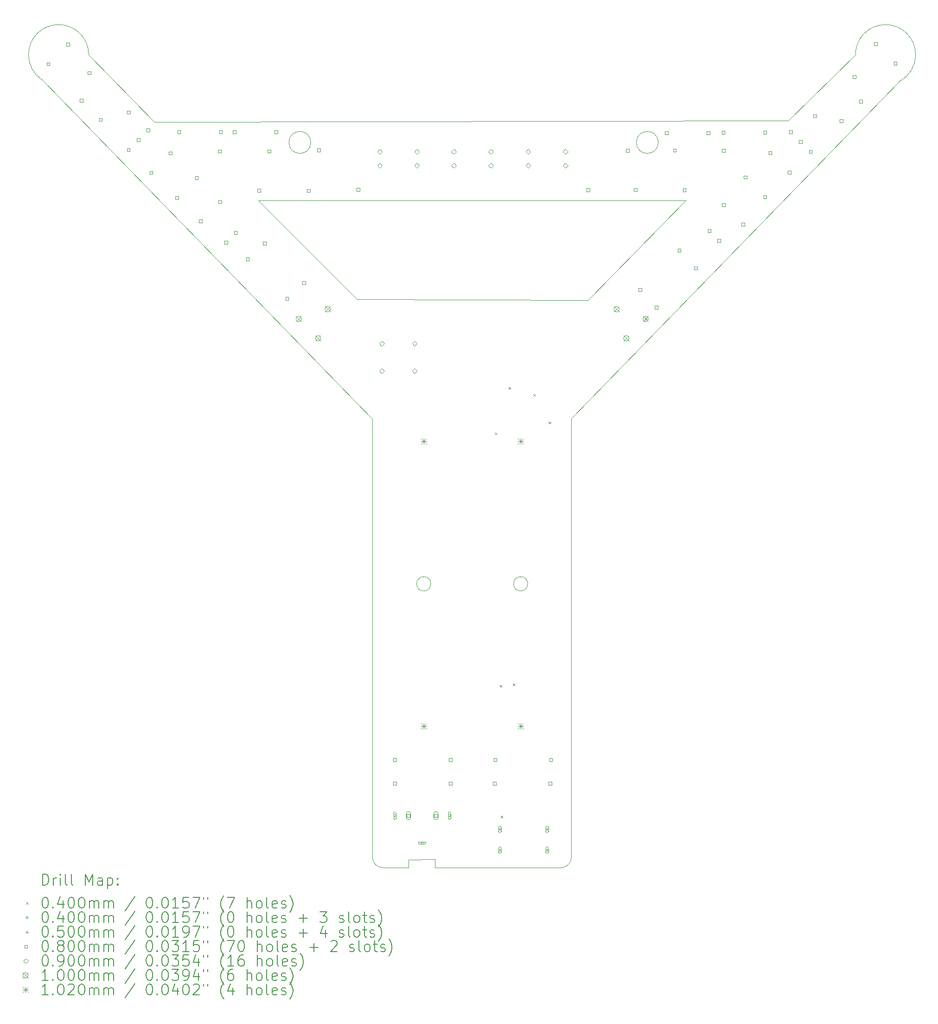
<source format=gbr>
%TF.GenerationSoftware,KiCad,Pcbnew,8.0.5*%
%TF.CreationDate,2025-01-18T17:06:14+08:00*%
%TF.ProjectId,cheap2,63686561-7032-42e6-9b69-6361645f7063,rev?*%
%TF.SameCoordinates,Original*%
%TF.FileFunction,Drillmap*%
%TF.FilePolarity,Positive*%
%FSLAX45Y45*%
G04 Gerber Fmt 4.5, Leading zero omitted, Abs format (unit mm)*
G04 Created by KiCad (PCBNEW 8.0.5) date 2025-01-18 17:06:14*
%MOMM*%
%LPD*%
G01*
G04 APERTURE LIST*
%ADD10C,0.100000*%
%ADD11C,0.200000*%
%ADD12C,0.102000*%
G04 APERTURE END LIST*
D10*
X12330000Y-18445000D02*
X10062779Y-18445771D01*
X9117023Y-18445000D02*
G75*
G02*
X8922000Y-18254810I-4773J190190D01*
G01*
X12550077Y-10249979D02*
X18539959Y-4099919D01*
X10740000Y-6270000D02*
X6840000Y-6270000D01*
X16510000Y-4810000D02*
X4940000Y-4840000D01*
X12856878Y-8093122D02*
X14640000Y-6270000D01*
X2640000Y-3610000D02*
G75*
G02*
X3740000Y-3610000I550000J0D01*
G01*
X9580000Y-18296119D02*
X9588636Y-18296119D01*
X10062779Y-18445771D02*
X10062867Y-18295983D01*
X11756522Y-13265000D02*
G75*
G02*
X11496522Y-13265000I-130000J0D01*
G01*
X11496522Y-13265000D02*
G75*
G02*
X11756522Y-13265000I130000J0D01*
G01*
X7795000Y-5210000D02*
G75*
G02*
X7395000Y-5210000I-200000J0D01*
G01*
X7395000Y-5210000D02*
G75*
G02*
X7795000Y-5210000I200000J0D01*
G01*
X16510000Y-4810000D02*
X17740000Y-3610000D01*
X2901191Y-4078070D02*
X8920045Y-10254810D01*
X2901191Y-4078070D02*
G75*
G02*
X2640000Y-3610000I288809J468070D01*
G01*
X12363796Y-18445000D02*
X12350704Y-18445000D01*
X3740000Y-3610000D02*
X4940000Y-4840000D01*
X10740000Y-6270000D02*
X14640000Y-6270000D01*
X6840000Y-6270000D02*
X8643122Y-8073122D01*
X8922000Y-18254810D02*
X8920045Y-10254810D01*
X12553986Y-18249978D02*
X12550077Y-10249979D01*
X9987023Y-13265000D02*
G75*
G02*
X9727023Y-13265000I-130000J0D01*
G01*
X9727023Y-13265000D02*
G75*
G02*
X9987023Y-13265000I130000J0D01*
G01*
X14140000Y-5210000D02*
G75*
G02*
X13740000Y-5210000I-200000J0D01*
G01*
X13740000Y-5210000D02*
G75*
G02*
X14140000Y-5210000I200000J0D01*
G01*
X12856878Y-8093122D02*
X8643122Y-8073122D01*
X10062867Y-18295983D02*
X10040000Y-18295983D01*
X17740000Y-3610000D02*
G75*
G02*
X18840000Y-3610000I550000J0D01*
G01*
X10040000Y-18295983D02*
X9588636Y-18296119D01*
X9117023Y-18445000D02*
X9580000Y-18444992D01*
X9580000Y-18444992D02*
X9580000Y-18296119D01*
X12553986Y-18249978D02*
G75*
G02*
X12363796Y-18444996I-190186J-4772D01*
G01*
X18840000Y-3610000D02*
G75*
G02*
X18539959Y-4099919I-550000J0D01*
G01*
X12330000Y-18445000D02*
X12350704Y-18445000D01*
D11*
D10*
X11155000Y-10505000D02*
X11195000Y-10545000D01*
X11195000Y-10505000D02*
X11155000Y-10545000D01*
X11245000Y-15110000D02*
X11285000Y-15150000D01*
X11285000Y-15110000D02*
X11245000Y-15150000D01*
X11260000Y-17500000D02*
X11300000Y-17540000D01*
X11300000Y-17500000D02*
X11260000Y-17540000D01*
X11405000Y-9675000D02*
X11445000Y-9715000D01*
X11445000Y-9675000D02*
X11405000Y-9715000D01*
X11480000Y-15085000D02*
X11520000Y-15125000D01*
X11520000Y-15085000D02*
X11480000Y-15125000D01*
X11860000Y-9800000D02*
X11900000Y-9840000D01*
X11900000Y-9800000D02*
X11860000Y-9840000D01*
X12135000Y-10305000D02*
X12175000Y-10345000D01*
X12175000Y-10305000D02*
X12135000Y-10345000D01*
X9347023Y-17495000D02*
G75*
G02*
X9307023Y-17495000I-20000J0D01*
G01*
X9307023Y-17495000D02*
G75*
G02*
X9347023Y-17495000I20000J0D01*
G01*
X9307023Y-17445000D02*
X9307023Y-17545000D01*
X9347023Y-17545000D02*
G75*
G02*
X9307023Y-17545000I-20000J0D01*
G01*
X9347023Y-17545000D02*
X9347023Y-17445000D01*
X9347023Y-17445000D02*
G75*
G03*
X9307023Y-17445000I-20000J0D01*
G01*
X9847023Y-17995000D02*
G75*
G02*
X9807023Y-17995000I-20000J0D01*
G01*
X9807023Y-17995000D02*
G75*
G02*
X9847023Y-17995000I20000J0D01*
G01*
X9777023Y-18015000D02*
X9877023Y-18015000D01*
X9877023Y-17975000D02*
G75*
G02*
X9877023Y-18015000I0J-20000D01*
G01*
X9877023Y-17975000D02*
X9777023Y-17975000D01*
X9777023Y-17975000D02*
G75*
G03*
X9777023Y-18015000I0J-20000D01*
G01*
X10347023Y-17495000D02*
G75*
G02*
X10307023Y-17495000I-20000J0D01*
G01*
X10307023Y-17495000D02*
G75*
G02*
X10347023Y-17495000I20000J0D01*
G01*
X10347023Y-17545000D02*
X10347023Y-17445000D01*
X10307023Y-17445000D02*
G75*
G02*
X10347023Y-17445000I20000J0D01*
G01*
X10307023Y-17445000D02*
X10307023Y-17545000D01*
X10307023Y-17545000D02*
G75*
G03*
X10347023Y-17545000I20000J0D01*
G01*
X11245022Y-17720000D02*
X11245022Y-17770000D01*
X11220022Y-17745000D02*
X11270022Y-17745000D01*
X11220022Y-17710000D02*
X11220022Y-17780000D01*
X11270022Y-17780000D02*
G75*
G02*
X11220022Y-17780000I-25000J0D01*
G01*
X11270022Y-17780000D02*
X11270022Y-17710000D01*
X11270022Y-17710000D02*
G75*
G03*
X11220022Y-17710000I-25000J0D01*
G01*
X11245022Y-18100000D02*
X11245022Y-18150000D01*
X11220022Y-18125000D02*
X11270022Y-18125000D01*
X11220022Y-18090000D02*
X11220022Y-18160000D01*
X11270022Y-18160000D02*
G75*
G02*
X11220022Y-18160000I-25000J0D01*
G01*
X11270022Y-18160000D02*
X11270022Y-18090000D01*
X11270022Y-18090000D02*
G75*
G03*
X11220022Y-18090000I-25000J0D01*
G01*
X12109022Y-17720000D02*
X12109022Y-17770000D01*
X12084022Y-17745000D02*
X12134022Y-17745000D01*
X12084022Y-17710000D02*
X12084022Y-17780000D01*
X12134022Y-17780000D02*
G75*
G02*
X12084022Y-17780000I-25000J0D01*
G01*
X12134022Y-17780000D02*
X12134022Y-17710000D01*
X12134022Y-17710000D02*
G75*
G03*
X12084022Y-17710000I-25000J0D01*
G01*
X12109022Y-18100000D02*
X12109022Y-18150000D01*
X12084022Y-18125000D02*
X12134022Y-18125000D01*
X12084022Y-18090000D02*
X12084022Y-18160000D01*
X12134022Y-18160000D02*
G75*
G02*
X12084022Y-18160000I-25000J0D01*
G01*
X12134022Y-18160000D02*
X12134022Y-18090000D01*
X12134022Y-18090000D02*
G75*
G03*
X12084022Y-18090000I-25000J0D01*
G01*
X3029074Y-3807495D02*
X3029074Y-3750926D01*
X2972505Y-3750926D01*
X2972505Y-3807495D01*
X3029074Y-3807495D01*
X3388284Y-3448284D02*
X3388284Y-3391715D01*
X3331715Y-3391715D01*
X3331715Y-3448284D01*
X3388284Y-3448284D01*
X3631508Y-4471508D02*
X3631508Y-4414939D01*
X3574939Y-4414939D01*
X3574939Y-4471508D01*
X3631508Y-4471508D01*
X3779074Y-3969074D02*
X3779074Y-3912505D01*
X3722505Y-3912505D01*
X3722505Y-3969074D01*
X3779074Y-3969074D01*
X3985061Y-4825061D02*
X3985061Y-4768492D01*
X3928492Y-4768492D01*
X3928492Y-4825061D01*
X3985061Y-4825061D01*
X4494135Y-5373346D02*
X4494135Y-5316777D01*
X4437566Y-5316777D01*
X4437566Y-5373346D01*
X4494135Y-5373346D01*
X4497495Y-4687495D02*
X4497495Y-4630926D01*
X4440926Y-4630926D01*
X4440926Y-4687495D01*
X4497495Y-4687495D01*
X4673740Y-5193740D02*
X4673740Y-5137171D01*
X4617171Y-5137171D01*
X4617171Y-5193740D01*
X4673740Y-5193740D01*
X4853345Y-5014135D02*
X4853345Y-4957566D01*
X4796776Y-4957566D01*
X4796776Y-5014135D01*
X4853345Y-5014135D01*
X4908285Y-5788284D02*
X4908285Y-5731715D01*
X4851716Y-5731715D01*
X4851716Y-5788284D01*
X4908285Y-5788284D01*
X5261838Y-5434731D02*
X5261838Y-5378162D01*
X5205269Y-5378162D01*
X5205269Y-5434731D01*
X5261838Y-5434731D01*
X5378679Y-6247890D02*
X5378679Y-6191321D01*
X5322110Y-6191321D01*
X5322110Y-6247890D01*
X5378679Y-6247890D01*
X5417285Y-5048285D02*
X5417285Y-4991716D01*
X5360716Y-4991716D01*
X5360716Y-5048285D01*
X5417285Y-5048285D01*
X5737890Y-5888679D02*
X5737890Y-5832110D01*
X5681321Y-5832110D01*
X5681321Y-5888679D01*
X5737890Y-5888679D01*
X5811508Y-6675061D02*
X5811508Y-6618492D01*
X5754939Y-6618492D01*
X5754939Y-6675061D01*
X5811508Y-6675061D01*
X6159074Y-5399074D02*
X6159074Y-5342505D01*
X6102505Y-5342505D01*
X6102505Y-5399074D01*
X6159074Y-5399074D01*
X6165061Y-6321508D02*
X6165061Y-6264939D01*
X6108492Y-6264939D01*
X6108492Y-6321508D01*
X6165061Y-6321508D01*
X6179284Y-5048285D02*
X6179284Y-4991716D01*
X6122715Y-4991716D01*
X6122715Y-5048285D01*
X6179284Y-5048285D01*
X6273070Y-7063499D02*
X6273070Y-7006930D01*
X6216501Y-7006930D01*
X6216501Y-7063499D01*
X6273070Y-7063499D01*
X6427285Y-5048285D02*
X6427285Y-4991716D01*
X6370716Y-4991716D01*
X6370716Y-5048285D01*
X6427285Y-5048285D01*
X6449847Y-6886722D02*
X6449847Y-6830153D01*
X6393278Y-6830153D01*
X6393278Y-6886722D01*
X6449847Y-6886722D01*
X6669864Y-7369864D02*
X6669864Y-7313295D01*
X6613295Y-7313295D01*
X6613295Y-7369864D01*
X6669864Y-7369864D01*
X6877495Y-6117495D02*
X6877495Y-6060926D01*
X6820926Y-6060926D01*
X6820926Y-6117495D01*
X6877495Y-6117495D01*
X6979074Y-7079074D02*
X6979074Y-7022505D01*
X6922505Y-7022505D01*
X6922505Y-7079074D01*
X6979074Y-7079074D01*
X7064469Y-5399864D02*
X7064469Y-5343295D01*
X7007900Y-5343295D01*
X7007900Y-5399864D01*
X7064469Y-5399864D01*
X7189285Y-5048285D02*
X7189285Y-4991716D01*
X7132716Y-4991716D01*
X7132716Y-5048285D01*
X7189285Y-5048285D01*
X7388284Y-8088284D02*
X7388284Y-8031715D01*
X7331715Y-8031715D01*
X7331715Y-8088284D01*
X7388284Y-8088284D01*
X7697495Y-7797495D02*
X7697495Y-7740926D01*
X7640926Y-7740926D01*
X7640926Y-7797495D01*
X7697495Y-7797495D01*
X7782890Y-6118284D02*
X7782890Y-6061715D01*
X7726321Y-6061715D01*
X7726321Y-6118284D01*
X7782890Y-6118284D01*
X7969864Y-5379864D02*
X7969864Y-5323295D01*
X7913295Y-5323295D01*
X7913295Y-5379864D01*
X7969864Y-5379864D01*
X8688284Y-6098284D02*
X8688284Y-6041715D01*
X8631715Y-6041715D01*
X8631715Y-6098284D01*
X8688284Y-6098284D01*
X9357307Y-16503284D02*
X9357307Y-16446715D01*
X9300738Y-16446715D01*
X9300738Y-16503284D01*
X9357307Y-16503284D01*
X9357307Y-16933285D02*
X9357307Y-16876716D01*
X9300738Y-16876716D01*
X9300738Y-16933285D01*
X9357307Y-16933285D01*
X9605307Y-17523285D02*
X9605307Y-17466716D01*
X9548738Y-17466716D01*
X9548738Y-17523285D01*
X9605307Y-17523285D01*
X9537023Y-17460000D02*
X9537023Y-17530000D01*
X9617023Y-17530000D02*
G75*
G02*
X9537023Y-17530000I-40000J0D01*
G01*
X9617023Y-17530000D02*
X9617023Y-17460000D01*
X9617023Y-17460000D02*
G75*
G03*
X9537023Y-17460000I-40000J0D01*
G01*
X10105307Y-17523285D02*
X10105307Y-17466716D01*
X10048738Y-17466716D01*
X10048738Y-17523285D01*
X10105307Y-17523285D01*
X10117023Y-17530000D02*
X10117023Y-17460000D01*
X10037023Y-17460000D02*
G75*
G02*
X10117023Y-17460000I40000J0D01*
G01*
X10037023Y-17460000D02*
X10037023Y-17530000D01*
X10037023Y-17530000D02*
G75*
G03*
X10117023Y-17530000I40000J0D01*
G01*
X10373307Y-16503284D02*
X10373307Y-16446715D01*
X10316738Y-16446715D01*
X10316738Y-16503284D01*
X10373307Y-16503284D01*
X10373307Y-16933285D02*
X10373307Y-16876716D01*
X10316738Y-16876716D01*
X10316738Y-16933285D01*
X10373307Y-16933285D01*
X11177307Y-16933285D02*
X11177307Y-16876716D01*
X11120738Y-16876716D01*
X11120738Y-16933285D01*
X11177307Y-16933285D01*
X11189307Y-16503284D02*
X11189307Y-16446715D01*
X11132738Y-16446715D01*
X11132738Y-16503284D01*
X11189307Y-16503284D01*
X12193307Y-16933285D02*
X12193307Y-16876716D01*
X12136738Y-16876716D01*
X12136738Y-16933285D01*
X12193307Y-16933285D01*
X12205307Y-16503284D02*
X12205307Y-16446715D01*
X12148738Y-16446715D01*
X12148738Y-16503284D01*
X12205307Y-16503284D01*
X12889074Y-6107495D02*
X12889074Y-6050926D01*
X12832505Y-6050926D01*
X12832505Y-6107495D01*
X12889074Y-6107495D01*
X13607495Y-5389074D02*
X13607495Y-5332505D01*
X13550926Y-5332505D01*
X13550926Y-5389074D01*
X13607495Y-5389074D01*
X13749074Y-6102495D02*
X13749074Y-6045926D01*
X13692505Y-6045926D01*
X13692505Y-6102495D01*
X13749074Y-6102495D01*
X13834074Y-7927495D02*
X13834074Y-7870926D01*
X13777505Y-7870926D01*
X13777505Y-7927495D01*
X13834074Y-7927495D01*
X14134864Y-8251705D02*
X14134864Y-8195136D01*
X14078295Y-8195136D01*
X14078295Y-8251705D01*
X14134864Y-8251705D01*
X14316284Y-5068285D02*
X14316284Y-5011716D01*
X14259715Y-5011716D01*
X14259715Y-5068285D01*
X14316284Y-5068285D01*
X14467495Y-5384074D02*
X14467495Y-5327505D01*
X14410926Y-5327505D01*
X14410926Y-5384074D01*
X14467495Y-5384074D01*
X14552495Y-7209074D02*
X14552495Y-7152505D01*
X14495926Y-7152505D01*
X14495926Y-7209074D01*
X14552495Y-7209074D01*
X14644074Y-6106705D02*
X14644074Y-6050136D01*
X14587505Y-6050136D01*
X14587505Y-6106705D01*
X14644074Y-6106705D01*
X14853284Y-7533284D02*
X14853284Y-7476715D01*
X14796715Y-7476715D01*
X14796715Y-7533284D01*
X14853284Y-7533284D01*
X15078284Y-5068285D02*
X15078284Y-5011716D01*
X15021715Y-5011716D01*
X15021715Y-5068285D01*
X15078284Y-5068285D01*
X15101508Y-6851508D02*
X15101508Y-6794939D01*
X15044939Y-6794939D01*
X15044939Y-6851508D01*
X15101508Y-6851508D01*
X15278284Y-7028284D02*
X15278284Y-6971715D01*
X15221715Y-6971715D01*
X15221715Y-7028284D01*
X15278284Y-7028284D01*
X15356284Y-5058285D02*
X15356284Y-5001716D01*
X15299715Y-5001716D01*
X15299715Y-5058285D01*
X15356284Y-5058285D01*
X15359731Y-6379731D02*
X15359731Y-6323162D01*
X15303162Y-6323162D01*
X15303162Y-6379731D01*
X15359731Y-6379731D01*
X15362495Y-5388285D02*
X15362495Y-5331716D01*
X15305926Y-5331716D01*
X15305926Y-5388285D01*
X15362495Y-5388285D01*
X15713284Y-6733284D02*
X15713284Y-6676715D01*
X15656715Y-6676715D01*
X15656715Y-6733284D01*
X15713284Y-6733284D01*
X15758679Y-5873679D02*
X15758679Y-5817110D01*
X15702110Y-5817110D01*
X15702110Y-5873679D01*
X15758679Y-5873679D01*
X16117890Y-6232890D02*
X16117890Y-6176321D01*
X16061321Y-6176321D01*
X16061321Y-6232890D01*
X16117890Y-6232890D01*
X16118284Y-5058285D02*
X16118284Y-5001716D01*
X16061715Y-5001716D01*
X16061715Y-5058285D01*
X16118284Y-5058285D01*
X16211508Y-5431508D02*
X16211508Y-5374939D01*
X16154939Y-5374939D01*
X16154939Y-5431508D01*
X16211508Y-5431508D01*
X16565061Y-5785061D02*
X16565061Y-5728492D01*
X16508492Y-5728492D01*
X16508492Y-5785061D01*
X16565061Y-5785061D01*
X16589074Y-5049074D02*
X16589074Y-4992505D01*
X16532505Y-4992505D01*
X16532505Y-5049074D01*
X16589074Y-5049074D01*
X16768679Y-5228679D02*
X16768679Y-5172110D01*
X16712110Y-5172110D01*
X16712110Y-5228679D01*
X16768679Y-5228679D01*
X16948285Y-5408285D02*
X16948285Y-5351716D01*
X16891716Y-5351716D01*
X16891716Y-5408285D01*
X16948285Y-5408285D01*
X17029864Y-4756705D02*
X17029864Y-4700136D01*
X16973295Y-4700136D01*
X16973295Y-4756705D01*
X17029864Y-4756705D01*
X17511508Y-4845061D02*
X17511508Y-4788492D01*
X17454939Y-4788492D01*
X17454939Y-4845061D01*
X17511508Y-4845061D01*
X17748285Y-4038284D02*
X17748285Y-3981715D01*
X17691716Y-3981715D01*
X17691716Y-4038284D01*
X17748285Y-4038284D01*
X17865061Y-4491508D02*
X17865061Y-4434939D01*
X17808492Y-4434939D01*
X17808492Y-4491508D01*
X17865061Y-4491508D01*
X18139074Y-3439074D02*
X18139074Y-3382505D01*
X18082505Y-3382505D01*
X18082505Y-3439074D01*
X18139074Y-3439074D01*
X18498285Y-3798284D02*
X18498285Y-3741715D01*
X18441716Y-3741715D01*
X18441716Y-3798284D01*
X18498285Y-3798284D01*
X9055000Y-5421000D02*
X9100000Y-5376000D01*
X9055000Y-5331000D01*
X9010000Y-5376000D01*
X9055000Y-5421000D01*
X9055000Y-5675000D02*
X9100000Y-5630000D01*
X9055000Y-5585000D01*
X9010000Y-5630000D01*
X9055000Y-5675000D01*
X9090000Y-8925000D02*
X9135000Y-8880000D01*
X9090000Y-8835000D01*
X9045000Y-8880000D01*
X9090000Y-8925000D01*
X9090000Y-9425000D02*
X9135000Y-9380000D01*
X9090000Y-9335000D01*
X9045000Y-9380000D01*
X9090000Y-9425000D01*
X9690000Y-8925000D02*
X9735000Y-8880000D01*
X9690000Y-8835000D01*
X9645000Y-8880000D01*
X9690000Y-8925000D01*
X9690000Y-9425000D02*
X9735000Y-9380000D01*
X9690000Y-9335000D01*
X9645000Y-9380000D01*
X9690000Y-9425000D01*
X9730367Y-5421000D02*
X9775367Y-5376000D01*
X9730367Y-5331000D01*
X9685367Y-5376000D01*
X9730367Y-5421000D01*
X9730367Y-5675000D02*
X9775367Y-5630000D01*
X9730367Y-5585000D01*
X9685367Y-5630000D01*
X9730367Y-5675000D01*
X10405735Y-5421000D02*
X10450735Y-5376000D01*
X10405735Y-5331000D01*
X10360735Y-5376000D01*
X10405735Y-5421000D01*
X10405735Y-5675000D02*
X10450735Y-5630000D01*
X10405735Y-5585000D01*
X10360735Y-5630000D01*
X10405735Y-5675000D01*
X11083978Y-5421000D02*
X11128978Y-5376000D01*
X11083978Y-5331000D01*
X11038978Y-5376000D01*
X11083978Y-5421000D01*
X11083978Y-5675000D02*
X11128978Y-5630000D01*
X11083978Y-5585000D01*
X11038978Y-5630000D01*
X11083978Y-5675000D01*
X11763977Y-5421000D02*
X11808977Y-5376000D01*
X11763977Y-5331000D01*
X11718977Y-5376000D01*
X11763977Y-5421000D01*
X11763977Y-5675000D02*
X11808977Y-5630000D01*
X11763977Y-5585000D01*
X11718977Y-5630000D01*
X11763977Y-5675000D01*
X12443977Y-5421000D02*
X12488977Y-5376000D01*
X12443977Y-5331000D01*
X12398977Y-5376000D01*
X12443977Y-5421000D01*
X12443977Y-5675000D02*
X12488977Y-5630000D01*
X12443977Y-5585000D01*
X12398977Y-5630000D01*
X12443977Y-5675000D01*
X7525621Y-8380000D02*
X7625621Y-8480000D01*
X7625621Y-8380000D02*
X7525621Y-8480000D01*
X7625621Y-8430000D02*
G75*
G02*
X7525621Y-8430000I-50000J0D01*
G01*
X7525621Y-8430000D02*
G75*
G02*
X7625621Y-8430000I50000J0D01*
G01*
X7879174Y-8733553D02*
X7979174Y-8833553D01*
X7979174Y-8733553D02*
X7879174Y-8833553D01*
X7979174Y-8783553D02*
G75*
G02*
X7879174Y-8783553I-50000J0D01*
G01*
X7879174Y-8783553D02*
G75*
G02*
X7979174Y-8783553I50000J0D01*
G01*
X8055951Y-8203223D02*
X8155951Y-8303223D01*
X8155951Y-8203223D02*
X8055951Y-8303223D01*
X8155951Y-8253223D02*
G75*
G02*
X8055951Y-8253223I-50000J0D01*
G01*
X8055951Y-8253223D02*
G75*
G02*
X8155951Y-8253223I50000J0D01*
G01*
X13329670Y-8203223D02*
X13429670Y-8303223D01*
X13429670Y-8203223D02*
X13329670Y-8303223D01*
X13429670Y-8253223D02*
G75*
G02*
X13329670Y-8253223I-50000J0D01*
G01*
X13329670Y-8253223D02*
G75*
G02*
X13429670Y-8253223I50000J0D01*
G01*
X13506447Y-8733553D02*
X13606447Y-8833553D01*
X13606447Y-8733553D02*
X13506447Y-8833553D01*
X13606447Y-8783553D02*
G75*
G02*
X13506447Y-8783553I-50000J0D01*
G01*
X13506447Y-8783553D02*
G75*
G02*
X13606447Y-8783553I50000J0D01*
G01*
X13860000Y-8380000D02*
X13960000Y-8480000D01*
X13960000Y-8380000D02*
X13860000Y-8480000D01*
X13960000Y-8430000D02*
G75*
G02*
X13860000Y-8430000I-50000J0D01*
G01*
X13860000Y-8430000D02*
G75*
G02*
X13960000Y-8430000I50000J0D01*
G01*
D12*
X9806023Y-10615000D02*
X9908023Y-10717000D01*
X9908023Y-10615000D02*
X9806023Y-10717000D01*
X9857023Y-10615000D02*
X9857023Y-10717000D01*
X9806023Y-10666000D02*
X9908023Y-10666000D01*
X9806023Y-15814000D02*
X9908023Y-15916000D01*
X9908023Y-15814000D02*
X9806023Y-15916000D01*
X9857023Y-15814000D02*
X9857023Y-15916000D01*
X9806023Y-15865000D02*
X9908023Y-15865000D01*
X11575522Y-10615000D02*
X11677522Y-10717000D01*
X11677522Y-10615000D02*
X11575522Y-10717000D01*
X11626522Y-10615000D02*
X11626522Y-10717000D01*
X11575522Y-10666000D02*
X11677522Y-10666000D01*
X11575522Y-15814000D02*
X11677522Y-15916000D01*
X11677522Y-15814000D02*
X11575522Y-15916000D01*
X11626522Y-15814000D02*
X11626522Y-15916000D01*
X11575522Y-15865000D02*
X11677522Y-15865000D01*
D11*
X2895777Y-18762255D02*
X2895777Y-18562255D01*
X2895777Y-18562255D02*
X2943396Y-18562255D01*
X2943396Y-18562255D02*
X2971967Y-18571779D01*
X2971967Y-18571779D02*
X2991015Y-18590826D01*
X2991015Y-18590826D02*
X3000539Y-18609874D01*
X3000539Y-18609874D02*
X3010062Y-18647969D01*
X3010062Y-18647969D02*
X3010062Y-18676541D01*
X3010062Y-18676541D02*
X3000539Y-18714636D01*
X3000539Y-18714636D02*
X2991015Y-18733683D01*
X2991015Y-18733683D02*
X2971967Y-18752731D01*
X2971967Y-18752731D02*
X2943396Y-18762255D01*
X2943396Y-18762255D02*
X2895777Y-18762255D01*
X3095777Y-18762255D02*
X3095777Y-18628921D01*
X3095777Y-18667017D02*
X3105301Y-18647969D01*
X3105301Y-18647969D02*
X3114824Y-18638445D01*
X3114824Y-18638445D02*
X3133872Y-18628921D01*
X3133872Y-18628921D02*
X3152920Y-18628921D01*
X3219586Y-18762255D02*
X3219586Y-18628921D01*
X3219586Y-18562255D02*
X3210062Y-18571779D01*
X3210062Y-18571779D02*
X3219586Y-18581302D01*
X3219586Y-18581302D02*
X3229110Y-18571779D01*
X3229110Y-18571779D02*
X3219586Y-18562255D01*
X3219586Y-18562255D02*
X3219586Y-18581302D01*
X3343396Y-18762255D02*
X3324348Y-18752731D01*
X3324348Y-18752731D02*
X3314824Y-18733683D01*
X3314824Y-18733683D02*
X3314824Y-18562255D01*
X3448158Y-18762255D02*
X3429110Y-18752731D01*
X3429110Y-18752731D02*
X3419586Y-18733683D01*
X3419586Y-18733683D02*
X3419586Y-18562255D01*
X3676729Y-18762255D02*
X3676729Y-18562255D01*
X3676729Y-18562255D02*
X3743396Y-18705112D01*
X3743396Y-18705112D02*
X3810062Y-18562255D01*
X3810062Y-18562255D02*
X3810062Y-18762255D01*
X3991015Y-18762255D02*
X3991015Y-18657493D01*
X3991015Y-18657493D02*
X3981491Y-18638445D01*
X3981491Y-18638445D02*
X3962443Y-18628921D01*
X3962443Y-18628921D02*
X3924348Y-18628921D01*
X3924348Y-18628921D02*
X3905301Y-18638445D01*
X3991015Y-18752731D02*
X3971967Y-18762255D01*
X3971967Y-18762255D02*
X3924348Y-18762255D01*
X3924348Y-18762255D02*
X3905301Y-18752731D01*
X3905301Y-18752731D02*
X3895777Y-18733683D01*
X3895777Y-18733683D02*
X3895777Y-18714636D01*
X3895777Y-18714636D02*
X3905301Y-18695588D01*
X3905301Y-18695588D02*
X3924348Y-18686064D01*
X3924348Y-18686064D02*
X3971967Y-18686064D01*
X3971967Y-18686064D02*
X3991015Y-18676541D01*
X4086253Y-18628921D02*
X4086253Y-18828921D01*
X4086253Y-18638445D02*
X4105301Y-18628921D01*
X4105301Y-18628921D02*
X4143396Y-18628921D01*
X4143396Y-18628921D02*
X4162443Y-18638445D01*
X4162443Y-18638445D02*
X4171967Y-18647969D01*
X4171967Y-18647969D02*
X4181491Y-18667017D01*
X4181491Y-18667017D02*
X4181491Y-18724160D01*
X4181491Y-18724160D02*
X4171967Y-18743207D01*
X4171967Y-18743207D02*
X4162443Y-18752731D01*
X4162443Y-18752731D02*
X4143396Y-18762255D01*
X4143396Y-18762255D02*
X4105301Y-18762255D01*
X4105301Y-18762255D02*
X4086253Y-18752731D01*
X4267205Y-18743207D02*
X4276729Y-18752731D01*
X4276729Y-18752731D02*
X4267205Y-18762255D01*
X4267205Y-18762255D02*
X4257682Y-18752731D01*
X4257682Y-18752731D02*
X4267205Y-18743207D01*
X4267205Y-18743207D02*
X4267205Y-18762255D01*
X4267205Y-18638445D02*
X4276729Y-18647969D01*
X4276729Y-18647969D02*
X4267205Y-18657493D01*
X4267205Y-18657493D02*
X4257682Y-18647969D01*
X4257682Y-18647969D02*
X4267205Y-18638445D01*
X4267205Y-18638445D02*
X4267205Y-18657493D01*
D10*
X2595000Y-19070771D02*
X2635000Y-19110771D01*
X2635000Y-19070771D02*
X2595000Y-19110771D01*
D11*
X2933872Y-18982255D02*
X2952920Y-18982255D01*
X2952920Y-18982255D02*
X2971967Y-18991779D01*
X2971967Y-18991779D02*
X2981491Y-19001302D01*
X2981491Y-19001302D02*
X2991015Y-19020350D01*
X2991015Y-19020350D02*
X3000539Y-19058445D01*
X3000539Y-19058445D02*
X3000539Y-19106064D01*
X3000539Y-19106064D02*
X2991015Y-19144160D01*
X2991015Y-19144160D02*
X2981491Y-19163207D01*
X2981491Y-19163207D02*
X2971967Y-19172731D01*
X2971967Y-19172731D02*
X2952920Y-19182255D01*
X2952920Y-19182255D02*
X2933872Y-19182255D01*
X2933872Y-19182255D02*
X2914824Y-19172731D01*
X2914824Y-19172731D02*
X2905301Y-19163207D01*
X2905301Y-19163207D02*
X2895777Y-19144160D01*
X2895777Y-19144160D02*
X2886253Y-19106064D01*
X2886253Y-19106064D02*
X2886253Y-19058445D01*
X2886253Y-19058445D02*
X2895777Y-19020350D01*
X2895777Y-19020350D02*
X2905301Y-19001302D01*
X2905301Y-19001302D02*
X2914824Y-18991779D01*
X2914824Y-18991779D02*
X2933872Y-18982255D01*
X3086253Y-19163207D02*
X3095777Y-19172731D01*
X3095777Y-19172731D02*
X3086253Y-19182255D01*
X3086253Y-19182255D02*
X3076729Y-19172731D01*
X3076729Y-19172731D02*
X3086253Y-19163207D01*
X3086253Y-19163207D02*
X3086253Y-19182255D01*
X3267205Y-19048921D02*
X3267205Y-19182255D01*
X3219586Y-18972731D02*
X3171967Y-19115588D01*
X3171967Y-19115588D02*
X3295777Y-19115588D01*
X3410062Y-18982255D02*
X3429110Y-18982255D01*
X3429110Y-18982255D02*
X3448158Y-18991779D01*
X3448158Y-18991779D02*
X3457682Y-19001302D01*
X3457682Y-19001302D02*
X3467205Y-19020350D01*
X3467205Y-19020350D02*
X3476729Y-19058445D01*
X3476729Y-19058445D02*
X3476729Y-19106064D01*
X3476729Y-19106064D02*
X3467205Y-19144160D01*
X3467205Y-19144160D02*
X3457682Y-19163207D01*
X3457682Y-19163207D02*
X3448158Y-19172731D01*
X3448158Y-19172731D02*
X3429110Y-19182255D01*
X3429110Y-19182255D02*
X3410062Y-19182255D01*
X3410062Y-19182255D02*
X3391015Y-19172731D01*
X3391015Y-19172731D02*
X3381491Y-19163207D01*
X3381491Y-19163207D02*
X3371967Y-19144160D01*
X3371967Y-19144160D02*
X3362443Y-19106064D01*
X3362443Y-19106064D02*
X3362443Y-19058445D01*
X3362443Y-19058445D02*
X3371967Y-19020350D01*
X3371967Y-19020350D02*
X3381491Y-19001302D01*
X3381491Y-19001302D02*
X3391015Y-18991779D01*
X3391015Y-18991779D02*
X3410062Y-18982255D01*
X3600539Y-18982255D02*
X3619586Y-18982255D01*
X3619586Y-18982255D02*
X3638634Y-18991779D01*
X3638634Y-18991779D02*
X3648158Y-19001302D01*
X3648158Y-19001302D02*
X3657682Y-19020350D01*
X3657682Y-19020350D02*
X3667205Y-19058445D01*
X3667205Y-19058445D02*
X3667205Y-19106064D01*
X3667205Y-19106064D02*
X3657682Y-19144160D01*
X3657682Y-19144160D02*
X3648158Y-19163207D01*
X3648158Y-19163207D02*
X3638634Y-19172731D01*
X3638634Y-19172731D02*
X3619586Y-19182255D01*
X3619586Y-19182255D02*
X3600539Y-19182255D01*
X3600539Y-19182255D02*
X3581491Y-19172731D01*
X3581491Y-19172731D02*
X3571967Y-19163207D01*
X3571967Y-19163207D02*
X3562443Y-19144160D01*
X3562443Y-19144160D02*
X3552920Y-19106064D01*
X3552920Y-19106064D02*
X3552920Y-19058445D01*
X3552920Y-19058445D02*
X3562443Y-19020350D01*
X3562443Y-19020350D02*
X3571967Y-19001302D01*
X3571967Y-19001302D02*
X3581491Y-18991779D01*
X3581491Y-18991779D02*
X3600539Y-18982255D01*
X3752920Y-19182255D02*
X3752920Y-19048921D01*
X3752920Y-19067969D02*
X3762443Y-19058445D01*
X3762443Y-19058445D02*
X3781491Y-19048921D01*
X3781491Y-19048921D02*
X3810063Y-19048921D01*
X3810063Y-19048921D02*
X3829110Y-19058445D01*
X3829110Y-19058445D02*
X3838634Y-19077493D01*
X3838634Y-19077493D02*
X3838634Y-19182255D01*
X3838634Y-19077493D02*
X3848158Y-19058445D01*
X3848158Y-19058445D02*
X3867205Y-19048921D01*
X3867205Y-19048921D02*
X3895777Y-19048921D01*
X3895777Y-19048921D02*
X3914824Y-19058445D01*
X3914824Y-19058445D02*
X3924348Y-19077493D01*
X3924348Y-19077493D02*
X3924348Y-19182255D01*
X4019586Y-19182255D02*
X4019586Y-19048921D01*
X4019586Y-19067969D02*
X4029110Y-19058445D01*
X4029110Y-19058445D02*
X4048158Y-19048921D01*
X4048158Y-19048921D02*
X4076729Y-19048921D01*
X4076729Y-19048921D02*
X4095777Y-19058445D01*
X4095777Y-19058445D02*
X4105301Y-19077493D01*
X4105301Y-19077493D02*
X4105301Y-19182255D01*
X4105301Y-19077493D02*
X4114824Y-19058445D01*
X4114824Y-19058445D02*
X4133872Y-19048921D01*
X4133872Y-19048921D02*
X4162443Y-19048921D01*
X4162443Y-19048921D02*
X4181491Y-19058445D01*
X4181491Y-19058445D02*
X4191015Y-19077493D01*
X4191015Y-19077493D02*
X4191015Y-19182255D01*
X4581491Y-18972731D02*
X4410063Y-19229874D01*
X4838634Y-18982255D02*
X4857682Y-18982255D01*
X4857682Y-18982255D02*
X4876729Y-18991779D01*
X4876729Y-18991779D02*
X4886253Y-19001302D01*
X4886253Y-19001302D02*
X4895777Y-19020350D01*
X4895777Y-19020350D02*
X4905301Y-19058445D01*
X4905301Y-19058445D02*
X4905301Y-19106064D01*
X4905301Y-19106064D02*
X4895777Y-19144160D01*
X4895777Y-19144160D02*
X4886253Y-19163207D01*
X4886253Y-19163207D02*
X4876729Y-19172731D01*
X4876729Y-19172731D02*
X4857682Y-19182255D01*
X4857682Y-19182255D02*
X4838634Y-19182255D01*
X4838634Y-19182255D02*
X4819587Y-19172731D01*
X4819587Y-19172731D02*
X4810063Y-19163207D01*
X4810063Y-19163207D02*
X4800539Y-19144160D01*
X4800539Y-19144160D02*
X4791015Y-19106064D01*
X4791015Y-19106064D02*
X4791015Y-19058445D01*
X4791015Y-19058445D02*
X4800539Y-19020350D01*
X4800539Y-19020350D02*
X4810063Y-19001302D01*
X4810063Y-19001302D02*
X4819587Y-18991779D01*
X4819587Y-18991779D02*
X4838634Y-18982255D01*
X4991015Y-19163207D02*
X5000539Y-19172731D01*
X5000539Y-19172731D02*
X4991015Y-19182255D01*
X4991015Y-19182255D02*
X4981491Y-19172731D01*
X4981491Y-19172731D02*
X4991015Y-19163207D01*
X4991015Y-19163207D02*
X4991015Y-19182255D01*
X5124348Y-18982255D02*
X5143396Y-18982255D01*
X5143396Y-18982255D02*
X5162444Y-18991779D01*
X5162444Y-18991779D02*
X5171968Y-19001302D01*
X5171968Y-19001302D02*
X5181491Y-19020350D01*
X5181491Y-19020350D02*
X5191015Y-19058445D01*
X5191015Y-19058445D02*
X5191015Y-19106064D01*
X5191015Y-19106064D02*
X5181491Y-19144160D01*
X5181491Y-19144160D02*
X5171968Y-19163207D01*
X5171968Y-19163207D02*
X5162444Y-19172731D01*
X5162444Y-19172731D02*
X5143396Y-19182255D01*
X5143396Y-19182255D02*
X5124348Y-19182255D01*
X5124348Y-19182255D02*
X5105301Y-19172731D01*
X5105301Y-19172731D02*
X5095777Y-19163207D01*
X5095777Y-19163207D02*
X5086253Y-19144160D01*
X5086253Y-19144160D02*
X5076729Y-19106064D01*
X5076729Y-19106064D02*
X5076729Y-19058445D01*
X5076729Y-19058445D02*
X5086253Y-19020350D01*
X5086253Y-19020350D02*
X5095777Y-19001302D01*
X5095777Y-19001302D02*
X5105301Y-18991779D01*
X5105301Y-18991779D02*
X5124348Y-18982255D01*
X5381491Y-19182255D02*
X5267206Y-19182255D01*
X5324348Y-19182255D02*
X5324348Y-18982255D01*
X5324348Y-18982255D02*
X5305301Y-19010826D01*
X5305301Y-19010826D02*
X5286253Y-19029874D01*
X5286253Y-19029874D02*
X5267206Y-19039398D01*
X5562444Y-18982255D02*
X5467206Y-18982255D01*
X5467206Y-18982255D02*
X5457682Y-19077493D01*
X5457682Y-19077493D02*
X5467206Y-19067969D01*
X5467206Y-19067969D02*
X5486253Y-19058445D01*
X5486253Y-19058445D02*
X5533872Y-19058445D01*
X5533872Y-19058445D02*
X5552920Y-19067969D01*
X5552920Y-19067969D02*
X5562444Y-19077493D01*
X5562444Y-19077493D02*
X5571968Y-19096541D01*
X5571968Y-19096541D02*
X5571968Y-19144160D01*
X5571968Y-19144160D02*
X5562444Y-19163207D01*
X5562444Y-19163207D02*
X5552920Y-19172731D01*
X5552920Y-19172731D02*
X5533872Y-19182255D01*
X5533872Y-19182255D02*
X5486253Y-19182255D01*
X5486253Y-19182255D02*
X5467206Y-19172731D01*
X5467206Y-19172731D02*
X5457682Y-19163207D01*
X5638634Y-18982255D02*
X5771967Y-18982255D01*
X5771967Y-18982255D02*
X5686253Y-19182255D01*
X5838634Y-18982255D02*
X5838634Y-19020350D01*
X5914825Y-18982255D02*
X5914825Y-19020350D01*
X6210063Y-19258445D02*
X6200539Y-19248921D01*
X6200539Y-19248921D02*
X6181491Y-19220350D01*
X6181491Y-19220350D02*
X6171968Y-19201302D01*
X6171968Y-19201302D02*
X6162444Y-19172731D01*
X6162444Y-19172731D02*
X6152920Y-19125112D01*
X6152920Y-19125112D02*
X6152920Y-19087017D01*
X6152920Y-19087017D02*
X6162444Y-19039398D01*
X6162444Y-19039398D02*
X6171968Y-19010826D01*
X6171968Y-19010826D02*
X6181491Y-18991779D01*
X6181491Y-18991779D02*
X6200539Y-18963207D01*
X6200539Y-18963207D02*
X6210063Y-18953683D01*
X6267206Y-18982255D02*
X6400539Y-18982255D01*
X6400539Y-18982255D02*
X6314825Y-19182255D01*
X6629110Y-19182255D02*
X6629110Y-18982255D01*
X6714825Y-19182255D02*
X6714825Y-19077493D01*
X6714825Y-19077493D02*
X6705301Y-19058445D01*
X6705301Y-19058445D02*
X6686253Y-19048921D01*
X6686253Y-19048921D02*
X6657682Y-19048921D01*
X6657682Y-19048921D02*
X6638634Y-19058445D01*
X6638634Y-19058445D02*
X6629110Y-19067969D01*
X6838634Y-19182255D02*
X6819587Y-19172731D01*
X6819587Y-19172731D02*
X6810063Y-19163207D01*
X6810063Y-19163207D02*
X6800539Y-19144160D01*
X6800539Y-19144160D02*
X6800539Y-19087017D01*
X6800539Y-19087017D02*
X6810063Y-19067969D01*
X6810063Y-19067969D02*
X6819587Y-19058445D01*
X6819587Y-19058445D02*
X6838634Y-19048921D01*
X6838634Y-19048921D02*
X6867206Y-19048921D01*
X6867206Y-19048921D02*
X6886253Y-19058445D01*
X6886253Y-19058445D02*
X6895777Y-19067969D01*
X6895777Y-19067969D02*
X6905301Y-19087017D01*
X6905301Y-19087017D02*
X6905301Y-19144160D01*
X6905301Y-19144160D02*
X6895777Y-19163207D01*
X6895777Y-19163207D02*
X6886253Y-19172731D01*
X6886253Y-19172731D02*
X6867206Y-19182255D01*
X6867206Y-19182255D02*
X6838634Y-19182255D01*
X7019587Y-19182255D02*
X7000539Y-19172731D01*
X7000539Y-19172731D02*
X6991015Y-19153683D01*
X6991015Y-19153683D02*
X6991015Y-18982255D01*
X7171968Y-19172731D02*
X7152920Y-19182255D01*
X7152920Y-19182255D02*
X7114825Y-19182255D01*
X7114825Y-19182255D02*
X7095777Y-19172731D01*
X7095777Y-19172731D02*
X7086253Y-19153683D01*
X7086253Y-19153683D02*
X7086253Y-19077493D01*
X7086253Y-19077493D02*
X7095777Y-19058445D01*
X7095777Y-19058445D02*
X7114825Y-19048921D01*
X7114825Y-19048921D02*
X7152920Y-19048921D01*
X7152920Y-19048921D02*
X7171968Y-19058445D01*
X7171968Y-19058445D02*
X7181491Y-19077493D01*
X7181491Y-19077493D02*
X7181491Y-19096541D01*
X7181491Y-19096541D02*
X7086253Y-19115588D01*
X7257682Y-19172731D02*
X7276730Y-19182255D01*
X7276730Y-19182255D02*
X7314825Y-19182255D01*
X7314825Y-19182255D02*
X7333872Y-19172731D01*
X7333872Y-19172731D02*
X7343396Y-19153683D01*
X7343396Y-19153683D02*
X7343396Y-19144160D01*
X7343396Y-19144160D02*
X7333872Y-19125112D01*
X7333872Y-19125112D02*
X7314825Y-19115588D01*
X7314825Y-19115588D02*
X7286253Y-19115588D01*
X7286253Y-19115588D02*
X7267206Y-19106064D01*
X7267206Y-19106064D02*
X7257682Y-19087017D01*
X7257682Y-19087017D02*
X7257682Y-19077493D01*
X7257682Y-19077493D02*
X7267206Y-19058445D01*
X7267206Y-19058445D02*
X7286253Y-19048921D01*
X7286253Y-19048921D02*
X7314825Y-19048921D01*
X7314825Y-19048921D02*
X7333872Y-19058445D01*
X7410063Y-19258445D02*
X7419587Y-19248921D01*
X7419587Y-19248921D02*
X7438634Y-19220350D01*
X7438634Y-19220350D02*
X7448158Y-19201302D01*
X7448158Y-19201302D02*
X7457682Y-19172731D01*
X7457682Y-19172731D02*
X7467206Y-19125112D01*
X7467206Y-19125112D02*
X7467206Y-19087017D01*
X7467206Y-19087017D02*
X7457682Y-19039398D01*
X7457682Y-19039398D02*
X7448158Y-19010826D01*
X7448158Y-19010826D02*
X7438634Y-18991779D01*
X7438634Y-18991779D02*
X7419587Y-18963207D01*
X7419587Y-18963207D02*
X7410063Y-18953683D01*
D10*
X2635000Y-19354771D02*
G75*
G02*
X2595000Y-19354771I-20000J0D01*
G01*
X2595000Y-19354771D02*
G75*
G02*
X2635000Y-19354771I20000J0D01*
G01*
D11*
X2933872Y-19246255D02*
X2952920Y-19246255D01*
X2952920Y-19246255D02*
X2971967Y-19255779D01*
X2971967Y-19255779D02*
X2981491Y-19265302D01*
X2981491Y-19265302D02*
X2991015Y-19284350D01*
X2991015Y-19284350D02*
X3000539Y-19322445D01*
X3000539Y-19322445D02*
X3000539Y-19370064D01*
X3000539Y-19370064D02*
X2991015Y-19408160D01*
X2991015Y-19408160D02*
X2981491Y-19427207D01*
X2981491Y-19427207D02*
X2971967Y-19436731D01*
X2971967Y-19436731D02*
X2952920Y-19446255D01*
X2952920Y-19446255D02*
X2933872Y-19446255D01*
X2933872Y-19446255D02*
X2914824Y-19436731D01*
X2914824Y-19436731D02*
X2905301Y-19427207D01*
X2905301Y-19427207D02*
X2895777Y-19408160D01*
X2895777Y-19408160D02*
X2886253Y-19370064D01*
X2886253Y-19370064D02*
X2886253Y-19322445D01*
X2886253Y-19322445D02*
X2895777Y-19284350D01*
X2895777Y-19284350D02*
X2905301Y-19265302D01*
X2905301Y-19265302D02*
X2914824Y-19255779D01*
X2914824Y-19255779D02*
X2933872Y-19246255D01*
X3086253Y-19427207D02*
X3095777Y-19436731D01*
X3095777Y-19436731D02*
X3086253Y-19446255D01*
X3086253Y-19446255D02*
X3076729Y-19436731D01*
X3076729Y-19436731D02*
X3086253Y-19427207D01*
X3086253Y-19427207D02*
X3086253Y-19446255D01*
X3267205Y-19312921D02*
X3267205Y-19446255D01*
X3219586Y-19236731D02*
X3171967Y-19379588D01*
X3171967Y-19379588D02*
X3295777Y-19379588D01*
X3410062Y-19246255D02*
X3429110Y-19246255D01*
X3429110Y-19246255D02*
X3448158Y-19255779D01*
X3448158Y-19255779D02*
X3457682Y-19265302D01*
X3457682Y-19265302D02*
X3467205Y-19284350D01*
X3467205Y-19284350D02*
X3476729Y-19322445D01*
X3476729Y-19322445D02*
X3476729Y-19370064D01*
X3476729Y-19370064D02*
X3467205Y-19408160D01*
X3467205Y-19408160D02*
X3457682Y-19427207D01*
X3457682Y-19427207D02*
X3448158Y-19436731D01*
X3448158Y-19436731D02*
X3429110Y-19446255D01*
X3429110Y-19446255D02*
X3410062Y-19446255D01*
X3410062Y-19446255D02*
X3391015Y-19436731D01*
X3391015Y-19436731D02*
X3381491Y-19427207D01*
X3381491Y-19427207D02*
X3371967Y-19408160D01*
X3371967Y-19408160D02*
X3362443Y-19370064D01*
X3362443Y-19370064D02*
X3362443Y-19322445D01*
X3362443Y-19322445D02*
X3371967Y-19284350D01*
X3371967Y-19284350D02*
X3381491Y-19265302D01*
X3381491Y-19265302D02*
X3391015Y-19255779D01*
X3391015Y-19255779D02*
X3410062Y-19246255D01*
X3600539Y-19246255D02*
X3619586Y-19246255D01*
X3619586Y-19246255D02*
X3638634Y-19255779D01*
X3638634Y-19255779D02*
X3648158Y-19265302D01*
X3648158Y-19265302D02*
X3657682Y-19284350D01*
X3657682Y-19284350D02*
X3667205Y-19322445D01*
X3667205Y-19322445D02*
X3667205Y-19370064D01*
X3667205Y-19370064D02*
X3657682Y-19408160D01*
X3657682Y-19408160D02*
X3648158Y-19427207D01*
X3648158Y-19427207D02*
X3638634Y-19436731D01*
X3638634Y-19436731D02*
X3619586Y-19446255D01*
X3619586Y-19446255D02*
X3600539Y-19446255D01*
X3600539Y-19446255D02*
X3581491Y-19436731D01*
X3581491Y-19436731D02*
X3571967Y-19427207D01*
X3571967Y-19427207D02*
X3562443Y-19408160D01*
X3562443Y-19408160D02*
X3552920Y-19370064D01*
X3552920Y-19370064D02*
X3552920Y-19322445D01*
X3552920Y-19322445D02*
X3562443Y-19284350D01*
X3562443Y-19284350D02*
X3571967Y-19265302D01*
X3571967Y-19265302D02*
X3581491Y-19255779D01*
X3581491Y-19255779D02*
X3600539Y-19246255D01*
X3752920Y-19446255D02*
X3752920Y-19312921D01*
X3752920Y-19331969D02*
X3762443Y-19322445D01*
X3762443Y-19322445D02*
X3781491Y-19312921D01*
X3781491Y-19312921D02*
X3810063Y-19312921D01*
X3810063Y-19312921D02*
X3829110Y-19322445D01*
X3829110Y-19322445D02*
X3838634Y-19341493D01*
X3838634Y-19341493D02*
X3838634Y-19446255D01*
X3838634Y-19341493D02*
X3848158Y-19322445D01*
X3848158Y-19322445D02*
X3867205Y-19312921D01*
X3867205Y-19312921D02*
X3895777Y-19312921D01*
X3895777Y-19312921D02*
X3914824Y-19322445D01*
X3914824Y-19322445D02*
X3924348Y-19341493D01*
X3924348Y-19341493D02*
X3924348Y-19446255D01*
X4019586Y-19446255D02*
X4019586Y-19312921D01*
X4019586Y-19331969D02*
X4029110Y-19322445D01*
X4029110Y-19322445D02*
X4048158Y-19312921D01*
X4048158Y-19312921D02*
X4076729Y-19312921D01*
X4076729Y-19312921D02*
X4095777Y-19322445D01*
X4095777Y-19322445D02*
X4105301Y-19341493D01*
X4105301Y-19341493D02*
X4105301Y-19446255D01*
X4105301Y-19341493D02*
X4114824Y-19322445D01*
X4114824Y-19322445D02*
X4133872Y-19312921D01*
X4133872Y-19312921D02*
X4162443Y-19312921D01*
X4162443Y-19312921D02*
X4181491Y-19322445D01*
X4181491Y-19322445D02*
X4191015Y-19341493D01*
X4191015Y-19341493D02*
X4191015Y-19446255D01*
X4581491Y-19236731D02*
X4410063Y-19493874D01*
X4838634Y-19246255D02*
X4857682Y-19246255D01*
X4857682Y-19246255D02*
X4876729Y-19255779D01*
X4876729Y-19255779D02*
X4886253Y-19265302D01*
X4886253Y-19265302D02*
X4895777Y-19284350D01*
X4895777Y-19284350D02*
X4905301Y-19322445D01*
X4905301Y-19322445D02*
X4905301Y-19370064D01*
X4905301Y-19370064D02*
X4895777Y-19408160D01*
X4895777Y-19408160D02*
X4886253Y-19427207D01*
X4886253Y-19427207D02*
X4876729Y-19436731D01*
X4876729Y-19436731D02*
X4857682Y-19446255D01*
X4857682Y-19446255D02*
X4838634Y-19446255D01*
X4838634Y-19446255D02*
X4819587Y-19436731D01*
X4819587Y-19436731D02*
X4810063Y-19427207D01*
X4810063Y-19427207D02*
X4800539Y-19408160D01*
X4800539Y-19408160D02*
X4791015Y-19370064D01*
X4791015Y-19370064D02*
X4791015Y-19322445D01*
X4791015Y-19322445D02*
X4800539Y-19284350D01*
X4800539Y-19284350D02*
X4810063Y-19265302D01*
X4810063Y-19265302D02*
X4819587Y-19255779D01*
X4819587Y-19255779D02*
X4838634Y-19246255D01*
X4991015Y-19427207D02*
X5000539Y-19436731D01*
X5000539Y-19436731D02*
X4991015Y-19446255D01*
X4991015Y-19446255D02*
X4981491Y-19436731D01*
X4981491Y-19436731D02*
X4991015Y-19427207D01*
X4991015Y-19427207D02*
X4991015Y-19446255D01*
X5124348Y-19246255D02*
X5143396Y-19246255D01*
X5143396Y-19246255D02*
X5162444Y-19255779D01*
X5162444Y-19255779D02*
X5171968Y-19265302D01*
X5171968Y-19265302D02*
X5181491Y-19284350D01*
X5181491Y-19284350D02*
X5191015Y-19322445D01*
X5191015Y-19322445D02*
X5191015Y-19370064D01*
X5191015Y-19370064D02*
X5181491Y-19408160D01*
X5181491Y-19408160D02*
X5171968Y-19427207D01*
X5171968Y-19427207D02*
X5162444Y-19436731D01*
X5162444Y-19436731D02*
X5143396Y-19446255D01*
X5143396Y-19446255D02*
X5124348Y-19446255D01*
X5124348Y-19446255D02*
X5105301Y-19436731D01*
X5105301Y-19436731D02*
X5095777Y-19427207D01*
X5095777Y-19427207D02*
X5086253Y-19408160D01*
X5086253Y-19408160D02*
X5076729Y-19370064D01*
X5076729Y-19370064D02*
X5076729Y-19322445D01*
X5076729Y-19322445D02*
X5086253Y-19284350D01*
X5086253Y-19284350D02*
X5095777Y-19265302D01*
X5095777Y-19265302D02*
X5105301Y-19255779D01*
X5105301Y-19255779D02*
X5124348Y-19246255D01*
X5381491Y-19446255D02*
X5267206Y-19446255D01*
X5324348Y-19446255D02*
X5324348Y-19246255D01*
X5324348Y-19246255D02*
X5305301Y-19274826D01*
X5305301Y-19274826D02*
X5286253Y-19293874D01*
X5286253Y-19293874D02*
X5267206Y-19303398D01*
X5562444Y-19246255D02*
X5467206Y-19246255D01*
X5467206Y-19246255D02*
X5457682Y-19341493D01*
X5457682Y-19341493D02*
X5467206Y-19331969D01*
X5467206Y-19331969D02*
X5486253Y-19322445D01*
X5486253Y-19322445D02*
X5533872Y-19322445D01*
X5533872Y-19322445D02*
X5552920Y-19331969D01*
X5552920Y-19331969D02*
X5562444Y-19341493D01*
X5562444Y-19341493D02*
X5571968Y-19360541D01*
X5571968Y-19360541D02*
X5571968Y-19408160D01*
X5571968Y-19408160D02*
X5562444Y-19427207D01*
X5562444Y-19427207D02*
X5552920Y-19436731D01*
X5552920Y-19436731D02*
X5533872Y-19446255D01*
X5533872Y-19446255D02*
X5486253Y-19446255D01*
X5486253Y-19446255D02*
X5467206Y-19436731D01*
X5467206Y-19436731D02*
X5457682Y-19427207D01*
X5638634Y-19246255D02*
X5771967Y-19246255D01*
X5771967Y-19246255D02*
X5686253Y-19446255D01*
X5838634Y-19246255D02*
X5838634Y-19284350D01*
X5914825Y-19246255D02*
X5914825Y-19284350D01*
X6210063Y-19522445D02*
X6200539Y-19512921D01*
X6200539Y-19512921D02*
X6181491Y-19484350D01*
X6181491Y-19484350D02*
X6171968Y-19465302D01*
X6171968Y-19465302D02*
X6162444Y-19436731D01*
X6162444Y-19436731D02*
X6152920Y-19389112D01*
X6152920Y-19389112D02*
X6152920Y-19351017D01*
X6152920Y-19351017D02*
X6162444Y-19303398D01*
X6162444Y-19303398D02*
X6171968Y-19274826D01*
X6171968Y-19274826D02*
X6181491Y-19255779D01*
X6181491Y-19255779D02*
X6200539Y-19227207D01*
X6200539Y-19227207D02*
X6210063Y-19217683D01*
X6324348Y-19246255D02*
X6343396Y-19246255D01*
X6343396Y-19246255D02*
X6362444Y-19255779D01*
X6362444Y-19255779D02*
X6371968Y-19265302D01*
X6371968Y-19265302D02*
X6381491Y-19284350D01*
X6381491Y-19284350D02*
X6391015Y-19322445D01*
X6391015Y-19322445D02*
X6391015Y-19370064D01*
X6391015Y-19370064D02*
X6381491Y-19408160D01*
X6381491Y-19408160D02*
X6371968Y-19427207D01*
X6371968Y-19427207D02*
X6362444Y-19436731D01*
X6362444Y-19436731D02*
X6343396Y-19446255D01*
X6343396Y-19446255D02*
X6324348Y-19446255D01*
X6324348Y-19446255D02*
X6305301Y-19436731D01*
X6305301Y-19436731D02*
X6295777Y-19427207D01*
X6295777Y-19427207D02*
X6286253Y-19408160D01*
X6286253Y-19408160D02*
X6276729Y-19370064D01*
X6276729Y-19370064D02*
X6276729Y-19322445D01*
X6276729Y-19322445D02*
X6286253Y-19284350D01*
X6286253Y-19284350D02*
X6295777Y-19265302D01*
X6295777Y-19265302D02*
X6305301Y-19255779D01*
X6305301Y-19255779D02*
X6324348Y-19246255D01*
X6629110Y-19446255D02*
X6629110Y-19246255D01*
X6714825Y-19446255D02*
X6714825Y-19341493D01*
X6714825Y-19341493D02*
X6705301Y-19322445D01*
X6705301Y-19322445D02*
X6686253Y-19312921D01*
X6686253Y-19312921D02*
X6657682Y-19312921D01*
X6657682Y-19312921D02*
X6638634Y-19322445D01*
X6638634Y-19322445D02*
X6629110Y-19331969D01*
X6838634Y-19446255D02*
X6819587Y-19436731D01*
X6819587Y-19436731D02*
X6810063Y-19427207D01*
X6810063Y-19427207D02*
X6800539Y-19408160D01*
X6800539Y-19408160D02*
X6800539Y-19351017D01*
X6800539Y-19351017D02*
X6810063Y-19331969D01*
X6810063Y-19331969D02*
X6819587Y-19322445D01*
X6819587Y-19322445D02*
X6838634Y-19312921D01*
X6838634Y-19312921D02*
X6867206Y-19312921D01*
X6867206Y-19312921D02*
X6886253Y-19322445D01*
X6886253Y-19322445D02*
X6895777Y-19331969D01*
X6895777Y-19331969D02*
X6905301Y-19351017D01*
X6905301Y-19351017D02*
X6905301Y-19408160D01*
X6905301Y-19408160D02*
X6895777Y-19427207D01*
X6895777Y-19427207D02*
X6886253Y-19436731D01*
X6886253Y-19436731D02*
X6867206Y-19446255D01*
X6867206Y-19446255D02*
X6838634Y-19446255D01*
X7019587Y-19446255D02*
X7000539Y-19436731D01*
X7000539Y-19436731D02*
X6991015Y-19417683D01*
X6991015Y-19417683D02*
X6991015Y-19246255D01*
X7171968Y-19436731D02*
X7152920Y-19446255D01*
X7152920Y-19446255D02*
X7114825Y-19446255D01*
X7114825Y-19446255D02*
X7095777Y-19436731D01*
X7095777Y-19436731D02*
X7086253Y-19417683D01*
X7086253Y-19417683D02*
X7086253Y-19341493D01*
X7086253Y-19341493D02*
X7095777Y-19322445D01*
X7095777Y-19322445D02*
X7114825Y-19312921D01*
X7114825Y-19312921D02*
X7152920Y-19312921D01*
X7152920Y-19312921D02*
X7171968Y-19322445D01*
X7171968Y-19322445D02*
X7181491Y-19341493D01*
X7181491Y-19341493D02*
X7181491Y-19360541D01*
X7181491Y-19360541D02*
X7086253Y-19379588D01*
X7257682Y-19436731D02*
X7276730Y-19446255D01*
X7276730Y-19446255D02*
X7314825Y-19446255D01*
X7314825Y-19446255D02*
X7333872Y-19436731D01*
X7333872Y-19436731D02*
X7343396Y-19417683D01*
X7343396Y-19417683D02*
X7343396Y-19408160D01*
X7343396Y-19408160D02*
X7333872Y-19389112D01*
X7333872Y-19389112D02*
X7314825Y-19379588D01*
X7314825Y-19379588D02*
X7286253Y-19379588D01*
X7286253Y-19379588D02*
X7267206Y-19370064D01*
X7267206Y-19370064D02*
X7257682Y-19351017D01*
X7257682Y-19351017D02*
X7257682Y-19341493D01*
X7257682Y-19341493D02*
X7267206Y-19322445D01*
X7267206Y-19322445D02*
X7286253Y-19312921D01*
X7286253Y-19312921D02*
X7314825Y-19312921D01*
X7314825Y-19312921D02*
X7333872Y-19322445D01*
X7581492Y-19370064D02*
X7733873Y-19370064D01*
X7657682Y-19446255D02*
X7657682Y-19293874D01*
X7962444Y-19246255D02*
X8086253Y-19246255D01*
X8086253Y-19246255D02*
X8019587Y-19322445D01*
X8019587Y-19322445D02*
X8048158Y-19322445D01*
X8048158Y-19322445D02*
X8067206Y-19331969D01*
X8067206Y-19331969D02*
X8076730Y-19341493D01*
X8076730Y-19341493D02*
X8086253Y-19360541D01*
X8086253Y-19360541D02*
X8086253Y-19408160D01*
X8086253Y-19408160D02*
X8076730Y-19427207D01*
X8076730Y-19427207D02*
X8067206Y-19436731D01*
X8067206Y-19436731D02*
X8048158Y-19446255D01*
X8048158Y-19446255D02*
X7991015Y-19446255D01*
X7991015Y-19446255D02*
X7971968Y-19436731D01*
X7971968Y-19436731D02*
X7962444Y-19427207D01*
X8314825Y-19436731D02*
X8333873Y-19446255D01*
X8333873Y-19446255D02*
X8371968Y-19446255D01*
X8371968Y-19446255D02*
X8391016Y-19436731D01*
X8391016Y-19436731D02*
X8400539Y-19417683D01*
X8400539Y-19417683D02*
X8400539Y-19408160D01*
X8400539Y-19408160D02*
X8391016Y-19389112D01*
X8391016Y-19389112D02*
X8371968Y-19379588D01*
X8371968Y-19379588D02*
X8343396Y-19379588D01*
X8343396Y-19379588D02*
X8324349Y-19370064D01*
X8324349Y-19370064D02*
X8314825Y-19351017D01*
X8314825Y-19351017D02*
X8314825Y-19341493D01*
X8314825Y-19341493D02*
X8324349Y-19322445D01*
X8324349Y-19322445D02*
X8343396Y-19312921D01*
X8343396Y-19312921D02*
X8371968Y-19312921D01*
X8371968Y-19312921D02*
X8391016Y-19322445D01*
X8514825Y-19446255D02*
X8495777Y-19436731D01*
X8495777Y-19436731D02*
X8486254Y-19417683D01*
X8486254Y-19417683D02*
X8486254Y-19246255D01*
X8619587Y-19446255D02*
X8600539Y-19436731D01*
X8600539Y-19436731D02*
X8591016Y-19427207D01*
X8591016Y-19427207D02*
X8581492Y-19408160D01*
X8581492Y-19408160D02*
X8581492Y-19351017D01*
X8581492Y-19351017D02*
X8591016Y-19331969D01*
X8591016Y-19331969D02*
X8600539Y-19322445D01*
X8600539Y-19322445D02*
X8619587Y-19312921D01*
X8619587Y-19312921D02*
X8648158Y-19312921D01*
X8648158Y-19312921D02*
X8667206Y-19322445D01*
X8667206Y-19322445D02*
X8676730Y-19331969D01*
X8676730Y-19331969D02*
X8686254Y-19351017D01*
X8686254Y-19351017D02*
X8686254Y-19408160D01*
X8686254Y-19408160D02*
X8676730Y-19427207D01*
X8676730Y-19427207D02*
X8667206Y-19436731D01*
X8667206Y-19436731D02*
X8648158Y-19446255D01*
X8648158Y-19446255D02*
X8619587Y-19446255D01*
X8743397Y-19312921D02*
X8819587Y-19312921D01*
X8771968Y-19246255D02*
X8771968Y-19417683D01*
X8771968Y-19417683D02*
X8781492Y-19436731D01*
X8781492Y-19436731D02*
X8800539Y-19446255D01*
X8800539Y-19446255D02*
X8819587Y-19446255D01*
X8876730Y-19436731D02*
X8895777Y-19446255D01*
X8895777Y-19446255D02*
X8933873Y-19446255D01*
X8933873Y-19446255D02*
X8952920Y-19436731D01*
X8952920Y-19436731D02*
X8962444Y-19417683D01*
X8962444Y-19417683D02*
X8962444Y-19408160D01*
X8962444Y-19408160D02*
X8952920Y-19389112D01*
X8952920Y-19389112D02*
X8933873Y-19379588D01*
X8933873Y-19379588D02*
X8905301Y-19379588D01*
X8905301Y-19379588D02*
X8886254Y-19370064D01*
X8886254Y-19370064D02*
X8876730Y-19351017D01*
X8876730Y-19351017D02*
X8876730Y-19341493D01*
X8876730Y-19341493D02*
X8886254Y-19322445D01*
X8886254Y-19322445D02*
X8905301Y-19312921D01*
X8905301Y-19312921D02*
X8933873Y-19312921D01*
X8933873Y-19312921D02*
X8952920Y-19322445D01*
X9029111Y-19522445D02*
X9038635Y-19512921D01*
X9038635Y-19512921D02*
X9057682Y-19484350D01*
X9057682Y-19484350D02*
X9067206Y-19465302D01*
X9067206Y-19465302D02*
X9076730Y-19436731D01*
X9076730Y-19436731D02*
X9086254Y-19389112D01*
X9086254Y-19389112D02*
X9086254Y-19351017D01*
X9086254Y-19351017D02*
X9076730Y-19303398D01*
X9076730Y-19303398D02*
X9067206Y-19274826D01*
X9067206Y-19274826D02*
X9057682Y-19255779D01*
X9057682Y-19255779D02*
X9038635Y-19227207D01*
X9038635Y-19227207D02*
X9029111Y-19217683D01*
D10*
X2610000Y-19593771D02*
X2610000Y-19643771D01*
X2585000Y-19618771D02*
X2635000Y-19618771D01*
D11*
X2933872Y-19510255D02*
X2952920Y-19510255D01*
X2952920Y-19510255D02*
X2971967Y-19519779D01*
X2971967Y-19519779D02*
X2981491Y-19529302D01*
X2981491Y-19529302D02*
X2991015Y-19548350D01*
X2991015Y-19548350D02*
X3000539Y-19586445D01*
X3000539Y-19586445D02*
X3000539Y-19634064D01*
X3000539Y-19634064D02*
X2991015Y-19672160D01*
X2991015Y-19672160D02*
X2981491Y-19691207D01*
X2981491Y-19691207D02*
X2971967Y-19700731D01*
X2971967Y-19700731D02*
X2952920Y-19710255D01*
X2952920Y-19710255D02*
X2933872Y-19710255D01*
X2933872Y-19710255D02*
X2914824Y-19700731D01*
X2914824Y-19700731D02*
X2905301Y-19691207D01*
X2905301Y-19691207D02*
X2895777Y-19672160D01*
X2895777Y-19672160D02*
X2886253Y-19634064D01*
X2886253Y-19634064D02*
X2886253Y-19586445D01*
X2886253Y-19586445D02*
X2895777Y-19548350D01*
X2895777Y-19548350D02*
X2905301Y-19529302D01*
X2905301Y-19529302D02*
X2914824Y-19519779D01*
X2914824Y-19519779D02*
X2933872Y-19510255D01*
X3086253Y-19691207D02*
X3095777Y-19700731D01*
X3095777Y-19700731D02*
X3086253Y-19710255D01*
X3086253Y-19710255D02*
X3076729Y-19700731D01*
X3076729Y-19700731D02*
X3086253Y-19691207D01*
X3086253Y-19691207D02*
X3086253Y-19710255D01*
X3276729Y-19510255D02*
X3181491Y-19510255D01*
X3181491Y-19510255D02*
X3171967Y-19605493D01*
X3171967Y-19605493D02*
X3181491Y-19595969D01*
X3181491Y-19595969D02*
X3200539Y-19586445D01*
X3200539Y-19586445D02*
X3248158Y-19586445D01*
X3248158Y-19586445D02*
X3267205Y-19595969D01*
X3267205Y-19595969D02*
X3276729Y-19605493D01*
X3276729Y-19605493D02*
X3286253Y-19624541D01*
X3286253Y-19624541D02*
X3286253Y-19672160D01*
X3286253Y-19672160D02*
X3276729Y-19691207D01*
X3276729Y-19691207D02*
X3267205Y-19700731D01*
X3267205Y-19700731D02*
X3248158Y-19710255D01*
X3248158Y-19710255D02*
X3200539Y-19710255D01*
X3200539Y-19710255D02*
X3181491Y-19700731D01*
X3181491Y-19700731D02*
X3171967Y-19691207D01*
X3410062Y-19510255D02*
X3429110Y-19510255D01*
X3429110Y-19510255D02*
X3448158Y-19519779D01*
X3448158Y-19519779D02*
X3457682Y-19529302D01*
X3457682Y-19529302D02*
X3467205Y-19548350D01*
X3467205Y-19548350D02*
X3476729Y-19586445D01*
X3476729Y-19586445D02*
X3476729Y-19634064D01*
X3476729Y-19634064D02*
X3467205Y-19672160D01*
X3467205Y-19672160D02*
X3457682Y-19691207D01*
X3457682Y-19691207D02*
X3448158Y-19700731D01*
X3448158Y-19700731D02*
X3429110Y-19710255D01*
X3429110Y-19710255D02*
X3410062Y-19710255D01*
X3410062Y-19710255D02*
X3391015Y-19700731D01*
X3391015Y-19700731D02*
X3381491Y-19691207D01*
X3381491Y-19691207D02*
X3371967Y-19672160D01*
X3371967Y-19672160D02*
X3362443Y-19634064D01*
X3362443Y-19634064D02*
X3362443Y-19586445D01*
X3362443Y-19586445D02*
X3371967Y-19548350D01*
X3371967Y-19548350D02*
X3381491Y-19529302D01*
X3381491Y-19529302D02*
X3391015Y-19519779D01*
X3391015Y-19519779D02*
X3410062Y-19510255D01*
X3600539Y-19510255D02*
X3619586Y-19510255D01*
X3619586Y-19510255D02*
X3638634Y-19519779D01*
X3638634Y-19519779D02*
X3648158Y-19529302D01*
X3648158Y-19529302D02*
X3657682Y-19548350D01*
X3657682Y-19548350D02*
X3667205Y-19586445D01*
X3667205Y-19586445D02*
X3667205Y-19634064D01*
X3667205Y-19634064D02*
X3657682Y-19672160D01*
X3657682Y-19672160D02*
X3648158Y-19691207D01*
X3648158Y-19691207D02*
X3638634Y-19700731D01*
X3638634Y-19700731D02*
X3619586Y-19710255D01*
X3619586Y-19710255D02*
X3600539Y-19710255D01*
X3600539Y-19710255D02*
X3581491Y-19700731D01*
X3581491Y-19700731D02*
X3571967Y-19691207D01*
X3571967Y-19691207D02*
X3562443Y-19672160D01*
X3562443Y-19672160D02*
X3552920Y-19634064D01*
X3552920Y-19634064D02*
X3552920Y-19586445D01*
X3552920Y-19586445D02*
X3562443Y-19548350D01*
X3562443Y-19548350D02*
X3571967Y-19529302D01*
X3571967Y-19529302D02*
X3581491Y-19519779D01*
X3581491Y-19519779D02*
X3600539Y-19510255D01*
X3752920Y-19710255D02*
X3752920Y-19576921D01*
X3752920Y-19595969D02*
X3762443Y-19586445D01*
X3762443Y-19586445D02*
X3781491Y-19576921D01*
X3781491Y-19576921D02*
X3810063Y-19576921D01*
X3810063Y-19576921D02*
X3829110Y-19586445D01*
X3829110Y-19586445D02*
X3838634Y-19605493D01*
X3838634Y-19605493D02*
X3838634Y-19710255D01*
X3838634Y-19605493D02*
X3848158Y-19586445D01*
X3848158Y-19586445D02*
X3867205Y-19576921D01*
X3867205Y-19576921D02*
X3895777Y-19576921D01*
X3895777Y-19576921D02*
X3914824Y-19586445D01*
X3914824Y-19586445D02*
X3924348Y-19605493D01*
X3924348Y-19605493D02*
X3924348Y-19710255D01*
X4019586Y-19710255D02*
X4019586Y-19576921D01*
X4019586Y-19595969D02*
X4029110Y-19586445D01*
X4029110Y-19586445D02*
X4048158Y-19576921D01*
X4048158Y-19576921D02*
X4076729Y-19576921D01*
X4076729Y-19576921D02*
X4095777Y-19586445D01*
X4095777Y-19586445D02*
X4105301Y-19605493D01*
X4105301Y-19605493D02*
X4105301Y-19710255D01*
X4105301Y-19605493D02*
X4114824Y-19586445D01*
X4114824Y-19586445D02*
X4133872Y-19576921D01*
X4133872Y-19576921D02*
X4162443Y-19576921D01*
X4162443Y-19576921D02*
X4181491Y-19586445D01*
X4181491Y-19586445D02*
X4191015Y-19605493D01*
X4191015Y-19605493D02*
X4191015Y-19710255D01*
X4581491Y-19500731D02*
X4410063Y-19757874D01*
X4838634Y-19510255D02*
X4857682Y-19510255D01*
X4857682Y-19510255D02*
X4876729Y-19519779D01*
X4876729Y-19519779D02*
X4886253Y-19529302D01*
X4886253Y-19529302D02*
X4895777Y-19548350D01*
X4895777Y-19548350D02*
X4905301Y-19586445D01*
X4905301Y-19586445D02*
X4905301Y-19634064D01*
X4905301Y-19634064D02*
X4895777Y-19672160D01*
X4895777Y-19672160D02*
X4886253Y-19691207D01*
X4886253Y-19691207D02*
X4876729Y-19700731D01*
X4876729Y-19700731D02*
X4857682Y-19710255D01*
X4857682Y-19710255D02*
X4838634Y-19710255D01*
X4838634Y-19710255D02*
X4819587Y-19700731D01*
X4819587Y-19700731D02*
X4810063Y-19691207D01*
X4810063Y-19691207D02*
X4800539Y-19672160D01*
X4800539Y-19672160D02*
X4791015Y-19634064D01*
X4791015Y-19634064D02*
X4791015Y-19586445D01*
X4791015Y-19586445D02*
X4800539Y-19548350D01*
X4800539Y-19548350D02*
X4810063Y-19529302D01*
X4810063Y-19529302D02*
X4819587Y-19519779D01*
X4819587Y-19519779D02*
X4838634Y-19510255D01*
X4991015Y-19691207D02*
X5000539Y-19700731D01*
X5000539Y-19700731D02*
X4991015Y-19710255D01*
X4991015Y-19710255D02*
X4981491Y-19700731D01*
X4981491Y-19700731D02*
X4991015Y-19691207D01*
X4991015Y-19691207D02*
X4991015Y-19710255D01*
X5124348Y-19510255D02*
X5143396Y-19510255D01*
X5143396Y-19510255D02*
X5162444Y-19519779D01*
X5162444Y-19519779D02*
X5171968Y-19529302D01*
X5171968Y-19529302D02*
X5181491Y-19548350D01*
X5181491Y-19548350D02*
X5191015Y-19586445D01*
X5191015Y-19586445D02*
X5191015Y-19634064D01*
X5191015Y-19634064D02*
X5181491Y-19672160D01*
X5181491Y-19672160D02*
X5171968Y-19691207D01*
X5171968Y-19691207D02*
X5162444Y-19700731D01*
X5162444Y-19700731D02*
X5143396Y-19710255D01*
X5143396Y-19710255D02*
X5124348Y-19710255D01*
X5124348Y-19710255D02*
X5105301Y-19700731D01*
X5105301Y-19700731D02*
X5095777Y-19691207D01*
X5095777Y-19691207D02*
X5086253Y-19672160D01*
X5086253Y-19672160D02*
X5076729Y-19634064D01*
X5076729Y-19634064D02*
X5076729Y-19586445D01*
X5076729Y-19586445D02*
X5086253Y-19548350D01*
X5086253Y-19548350D02*
X5095777Y-19529302D01*
X5095777Y-19529302D02*
X5105301Y-19519779D01*
X5105301Y-19519779D02*
X5124348Y-19510255D01*
X5381491Y-19710255D02*
X5267206Y-19710255D01*
X5324348Y-19710255D02*
X5324348Y-19510255D01*
X5324348Y-19510255D02*
X5305301Y-19538826D01*
X5305301Y-19538826D02*
X5286253Y-19557874D01*
X5286253Y-19557874D02*
X5267206Y-19567398D01*
X5476729Y-19710255D02*
X5514825Y-19710255D01*
X5514825Y-19710255D02*
X5533872Y-19700731D01*
X5533872Y-19700731D02*
X5543396Y-19691207D01*
X5543396Y-19691207D02*
X5562444Y-19662636D01*
X5562444Y-19662636D02*
X5571968Y-19624541D01*
X5571968Y-19624541D02*
X5571968Y-19548350D01*
X5571968Y-19548350D02*
X5562444Y-19529302D01*
X5562444Y-19529302D02*
X5552920Y-19519779D01*
X5552920Y-19519779D02*
X5533872Y-19510255D01*
X5533872Y-19510255D02*
X5495777Y-19510255D01*
X5495777Y-19510255D02*
X5476729Y-19519779D01*
X5476729Y-19519779D02*
X5467206Y-19529302D01*
X5467206Y-19529302D02*
X5457682Y-19548350D01*
X5457682Y-19548350D02*
X5457682Y-19595969D01*
X5457682Y-19595969D02*
X5467206Y-19615017D01*
X5467206Y-19615017D02*
X5476729Y-19624541D01*
X5476729Y-19624541D02*
X5495777Y-19634064D01*
X5495777Y-19634064D02*
X5533872Y-19634064D01*
X5533872Y-19634064D02*
X5552920Y-19624541D01*
X5552920Y-19624541D02*
X5562444Y-19615017D01*
X5562444Y-19615017D02*
X5571968Y-19595969D01*
X5638634Y-19510255D02*
X5771967Y-19510255D01*
X5771967Y-19510255D02*
X5686253Y-19710255D01*
X5838634Y-19510255D02*
X5838634Y-19548350D01*
X5914825Y-19510255D02*
X5914825Y-19548350D01*
X6210063Y-19786445D02*
X6200539Y-19776921D01*
X6200539Y-19776921D02*
X6181491Y-19748350D01*
X6181491Y-19748350D02*
X6171968Y-19729302D01*
X6171968Y-19729302D02*
X6162444Y-19700731D01*
X6162444Y-19700731D02*
X6152920Y-19653112D01*
X6152920Y-19653112D02*
X6152920Y-19615017D01*
X6152920Y-19615017D02*
X6162444Y-19567398D01*
X6162444Y-19567398D02*
X6171968Y-19538826D01*
X6171968Y-19538826D02*
X6181491Y-19519779D01*
X6181491Y-19519779D02*
X6200539Y-19491207D01*
X6200539Y-19491207D02*
X6210063Y-19481683D01*
X6324348Y-19510255D02*
X6343396Y-19510255D01*
X6343396Y-19510255D02*
X6362444Y-19519779D01*
X6362444Y-19519779D02*
X6371968Y-19529302D01*
X6371968Y-19529302D02*
X6381491Y-19548350D01*
X6381491Y-19548350D02*
X6391015Y-19586445D01*
X6391015Y-19586445D02*
X6391015Y-19634064D01*
X6391015Y-19634064D02*
X6381491Y-19672160D01*
X6381491Y-19672160D02*
X6371968Y-19691207D01*
X6371968Y-19691207D02*
X6362444Y-19700731D01*
X6362444Y-19700731D02*
X6343396Y-19710255D01*
X6343396Y-19710255D02*
X6324348Y-19710255D01*
X6324348Y-19710255D02*
X6305301Y-19700731D01*
X6305301Y-19700731D02*
X6295777Y-19691207D01*
X6295777Y-19691207D02*
X6286253Y-19672160D01*
X6286253Y-19672160D02*
X6276729Y-19634064D01*
X6276729Y-19634064D02*
X6276729Y-19586445D01*
X6276729Y-19586445D02*
X6286253Y-19548350D01*
X6286253Y-19548350D02*
X6295777Y-19529302D01*
X6295777Y-19529302D02*
X6305301Y-19519779D01*
X6305301Y-19519779D02*
X6324348Y-19510255D01*
X6629110Y-19710255D02*
X6629110Y-19510255D01*
X6714825Y-19710255D02*
X6714825Y-19605493D01*
X6714825Y-19605493D02*
X6705301Y-19586445D01*
X6705301Y-19586445D02*
X6686253Y-19576921D01*
X6686253Y-19576921D02*
X6657682Y-19576921D01*
X6657682Y-19576921D02*
X6638634Y-19586445D01*
X6638634Y-19586445D02*
X6629110Y-19595969D01*
X6838634Y-19710255D02*
X6819587Y-19700731D01*
X6819587Y-19700731D02*
X6810063Y-19691207D01*
X6810063Y-19691207D02*
X6800539Y-19672160D01*
X6800539Y-19672160D02*
X6800539Y-19615017D01*
X6800539Y-19615017D02*
X6810063Y-19595969D01*
X6810063Y-19595969D02*
X6819587Y-19586445D01*
X6819587Y-19586445D02*
X6838634Y-19576921D01*
X6838634Y-19576921D02*
X6867206Y-19576921D01*
X6867206Y-19576921D02*
X6886253Y-19586445D01*
X6886253Y-19586445D02*
X6895777Y-19595969D01*
X6895777Y-19595969D02*
X6905301Y-19615017D01*
X6905301Y-19615017D02*
X6905301Y-19672160D01*
X6905301Y-19672160D02*
X6895777Y-19691207D01*
X6895777Y-19691207D02*
X6886253Y-19700731D01*
X6886253Y-19700731D02*
X6867206Y-19710255D01*
X6867206Y-19710255D02*
X6838634Y-19710255D01*
X7019587Y-19710255D02*
X7000539Y-19700731D01*
X7000539Y-19700731D02*
X6991015Y-19681683D01*
X6991015Y-19681683D02*
X6991015Y-19510255D01*
X7171968Y-19700731D02*
X7152920Y-19710255D01*
X7152920Y-19710255D02*
X7114825Y-19710255D01*
X7114825Y-19710255D02*
X7095777Y-19700731D01*
X7095777Y-19700731D02*
X7086253Y-19681683D01*
X7086253Y-19681683D02*
X7086253Y-19605493D01*
X7086253Y-19605493D02*
X7095777Y-19586445D01*
X7095777Y-19586445D02*
X7114825Y-19576921D01*
X7114825Y-19576921D02*
X7152920Y-19576921D01*
X7152920Y-19576921D02*
X7171968Y-19586445D01*
X7171968Y-19586445D02*
X7181491Y-19605493D01*
X7181491Y-19605493D02*
X7181491Y-19624541D01*
X7181491Y-19624541D02*
X7086253Y-19643588D01*
X7257682Y-19700731D02*
X7276730Y-19710255D01*
X7276730Y-19710255D02*
X7314825Y-19710255D01*
X7314825Y-19710255D02*
X7333872Y-19700731D01*
X7333872Y-19700731D02*
X7343396Y-19681683D01*
X7343396Y-19681683D02*
X7343396Y-19672160D01*
X7343396Y-19672160D02*
X7333872Y-19653112D01*
X7333872Y-19653112D02*
X7314825Y-19643588D01*
X7314825Y-19643588D02*
X7286253Y-19643588D01*
X7286253Y-19643588D02*
X7267206Y-19634064D01*
X7267206Y-19634064D02*
X7257682Y-19615017D01*
X7257682Y-19615017D02*
X7257682Y-19605493D01*
X7257682Y-19605493D02*
X7267206Y-19586445D01*
X7267206Y-19586445D02*
X7286253Y-19576921D01*
X7286253Y-19576921D02*
X7314825Y-19576921D01*
X7314825Y-19576921D02*
X7333872Y-19586445D01*
X7581492Y-19634064D02*
X7733873Y-19634064D01*
X7657682Y-19710255D02*
X7657682Y-19557874D01*
X8067206Y-19576921D02*
X8067206Y-19710255D01*
X8019587Y-19500731D02*
X7971968Y-19643588D01*
X7971968Y-19643588D02*
X8095777Y-19643588D01*
X8314825Y-19700731D02*
X8333873Y-19710255D01*
X8333873Y-19710255D02*
X8371968Y-19710255D01*
X8371968Y-19710255D02*
X8391016Y-19700731D01*
X8391016Y-19700731D02*
X8400539Y-19681683D01*
X8400539Y-19681683D02*
X8400539Y-19672160D01*
X8400539Y-19672160D02*
X8391016Y-19653112D01*
X8391016Y-19653112D02*
X8371968Y-19643588D01*
X8371968Y-19643588D02*
X8343396Y-19643588D01*
X8343396Y-19643588D02*
X8324349Y-19634064D01*
X8324349Y-19634064D02*
X8314825Y-19615017D01*
X8314825Y-19615017D02*
X8314825Y-19605493D01*
X8314825Y-19605493D02*
X8324349Y-19586445D01*
X8324349Y-19586445D02*
X8343396Y-19576921D01*
X8343396Y-19576921D02*
X8371968Y-19576921D01*
X8371968Y-19576921D02*
X8391016Y-19586445D01*
X8514825Y-19710255D02*
X8495777Y-19700731D01*
X8495777Y-19700731D02*
X8486254Y-19681683D01*
X8486254Y-19681683D02*
X8486254Y-19510255D01*
X8619587Y-19710255D02*
X8600539Y-19700731D01*
X8600539Y-19700731D02*
X8591016Y-19691207D01*
X8591016Y-19691207D02*
X8581492Y-19672160D01*
X8581492Y-19672160D02*
X8581492Y-19615017D01*
X8581492Y-19615017D02*
X8591016Y-19595969D01*
X8591016Y-19595969D02*
X8600539Y-19586445D01*
X8600539Y-19586445D02*
X8619587Y-19576921D01*
X8619587Y-19576921D02*
X8648158Y-19576921D01*
X8648158Y-19576921D02*
X8667206Y-19586445D01*
X8667206Y-19586445D02*
X8676730Y-19595969D01*
X8676730Y-19595969D02*
X8686254Y-19615017D01*
X8686254Y-19615017D02*
X8686254Y-19672160D01*
X8686254Y-19672160D02*
X8676730Y-19691207D01*
X8676730Y-19691207D02*
X8667206Y-19700731D01*
X8667206Y-19700731D02*
X8648158Y-19710255D01*
X8648158Y-19710255D02*
X8619587Y-19710255D01*
X8743397Y-19576921D02*
X8819587Y-19576921D01*
X8771968Y-19510255D02*
X8771968Y-19681683D01*
X8771968Y-19681683D02*
X8781492Y-19700731D01*
X8781492Y-19700731D02*
X8800539Y-19710255D01*
X8800539Y-19710255D02*
X8819587Y-19710255D01*
X8876730Y-19700731D02*
X8895777Y-19710255D01*
X8895777Y-19710255D02*
X8933873Y-19710255D01*
X8933873Y-19710255D02*
X8952920Y-19700731D01*
X8952920Y-19700731D02*
X8962444Y-19681683D01*
X8962444Y-19681683D02*
X8962444Y-19672160D01*
X8962444Y-19672160D02*
X8952920Y-19653112D01*
X8952920Y-19653112D02*
X8933873Y-19643588D01*
X8933873Y-19643588D02*
X8905301Y-19643588D01*
X8905301Y-19643588D02*
X8886254Y-19634064D01*
X8886254Y-19634064D02*
X8876730Y-19615017D01*
X8876730Y-19615017D02*
X8876730Y-19605493D01*
X8876730Y-19605493D02*
X8886254Y-19586445D01*
X8886254Y-19586445D02*
X8905301Y-19576921D01*
X8905301Y-19576921D02*
X8933873Y-19576921D01*
X8933873Y-19576921D02*
X8952920Y-19586445D01*
X9029111Y-19786445D02*
X9038635Y-19776921D01*
X9038635Y-19776921D02*
X9057682Y-19748350D01*
X9057682Y-19748350D02*
X9067206Y-19729302D01*
X9067206Y-19729302D02*
X9076730Y-19700731D01*
X9076730Y-19700731D02*
X9086254Y-19653112D01*
X9086254Y-19653112D02*
X9086254Y-19615017D01*
X9086254Y-19615017D02*
X9076730Y-19567398D01*
X9076730Y-19567398D02*
X9067206Y-19538826D01*
X9067206Y-19538826D02*
X9057682Y-19519779D01*
X9057682Y-19519779D02*
X9038635Y-19491207D01*
X9038635Y-19491207D02*
X9029111Y-19481683D01*
D10*
X2623285Y-19911056D02*
X2623285Y-19854487D01*
X2566716Y-19854487D01*
X2566716Y-19911056D01*
X2623285Y-19911056D01*
D11*
X2933872Y-19774255D02*
X2952920Y-19774255D01*
X2952920Y-19774255D02*
X2971967Y-19783779D01*
X2971967Y-19783779D02*
X2981491Y-19793302D01*
X2981491Y-19793302D02*
X2991015Y-19812350D01*
X2991015Y-19812350D02*
X3000539Y-19850445D01*
X3000539Y-19850445D02*
X3000539Y-19898064D01*
X3000539Y-19898064D02*
X2991015Y-19936160D01*
X2991015Y-19936160D02*
X2981491Y-19955207D01*
X2981491Y-19955207D02*
X2971967Y-19964731D01*
X2971967Y-19964731D02*
X2952920Y-19974255D01*
X2952920Y-19974255D02*
X2933872Y-19974255D01*
X2933872Y-19974255D02*
X2914824Y-19964731D01*
X2914824Y-19964731D02*
X2905301Y-19955207D01*
X2905301Y-19955207D02*
X2895777Y-19936160D01*
X2895777Y-19936160D02*
X2886253Y-19898064D01*
X2886253Y-19898064D02*
X2886253Y-19850445D01*
X2886253Y-19850445D02*
X2895777Y-19812350D01*
X2895777Y-19812350D02*
X2905301Y-19793302D01*
X2905301Y-19793302D02*
X2914824Y-19783779D01*
X2914824Y-19783779D02*
X2933872Y-19774255D01*
X3086253Y-19955207D02*
X3095777Y-19964731D01*
X3095777Y-19964731D02*
X3086253Y-19974255D01*
X3086253Y-19974255D02*
X3076729Y-19964731D01*
X3076729Y-19964731D02*
X3086253Y-19955207D01*
X3086253Y-19955207D02*
X3086253Y-19974255D01*
X3210062Y-19859969D02*
X3191015Y-19850445D01*
X3191015Y-19850445D02*
X3181491Y-19840921D01*
X3181491Y-19840921D02*
X3171967Y-19821874D01*
X3171967Y-19821874D02*
X3171967Y-19812350D01*
X3171967Y-19812350D02*
X3181491Y-19793302D01*
X3181491Y-19793302D02*
X3191015Y-19783779D01*
X3191015Y-19783779D02*
X3210062Y-19774255D01*
X3210062Y-19774255D02*
X3248158Y-19774255D01*
X3248158Y-19774255D02*
X3267205Y-19783779D01*
X3267205Y-19783779D02*
X3276729Y-19793302D01*
X3276729Y-19793302D02*
X3286253Y-19812350D01*
X3286253Y-19812350D02*
X3286253Y-19821874D01*
X3286253Y-19821874D02*
X3276729Y-19840921D01*
X3276729Y-19840921D02*
X3267205Y-19850445D01*
X3267205Y-19850445D02*
X3248158Y-19859969D01*
X3248158Y-19859969D02*
X3210062Y-19859969D01*
X3210062Y-19859969D02*
X3191015Y-19869493D01*
X3191015Y-19869493D02*
X3181491Y-19879017D01*
X3181491Y-19879017D02*
X3171967Y-19898064D01*
X3171967Y-19898064D02*
X3171967Y-19936160D01*
X3171967Y-19936160D02*
X3181491Y-19955207D01*
X3181491Y-19955207D02*
X3191015Y-19964731D01*
X3191015Y-19964731D02*
X3210062Y-19974255D01*
X3210062Y-19974255D02*
X3248158Y-19974255D01*
X3248158Y-19974255D02*
X3267205Y-19964731D01*
X3267205Y-19964731D02*
X3276729Y-19955207D01*
X3276729Y-19955207D02*
X3286253Y-19936160D01*
X3286253Y-19936160D02*
X3286253Y-19898064D01*
X3286253Y-19898064D02*
X3276729Y-19879017D01*
X3276729Y-19879017D02*
X3267205Y-19869493D01*
X3267205Y-19869493D02*
X3248158Y-19859969D01*
X3410062Y-19774255D02*
X3429110Y-19774255D01*
X3429110Y-19774255D02*
X3448158Y-19783779D01*
X3448158Y-19783779D02*
X3457682Y-19793302D01*
X3457682Y-19793302D02*
X3467205Y-19812350D01*
X3467205Y-19812350D02*
X3476729Y-19850445D01*
X3476729Y-19850445D02*
X3476729Y-19898064D01*
X3476729Y-19898064D02*
X3467205Y-19936160D01*
X3467205Y-19936160D02*
X3457682Y-19955207D01*
X3457682Y-19955207D02*
X3448158Y-19964731D01*
X3448158Y-19964731D02*
X3429110Y-19974255D01*
X3429110Y-19974255D02*
X3410062Y-19974255D01*
X3410062Y-19974255D02*
X3391015Y-19964731D01*
X3391015Y-19964731D02*
X3381491Y-19955207D01*
X3381491Y-19955207D02*
X3371967Y-19936160D01*
X3371967Y-19936160D02*
X3362443Y-19898064D01*
X3362443Y-19898064D02*
X3362443Y-19850445D01*
X3362443Y-19850445D02*
X3371967Y-19812350D01*
X3371967Y-19812350D02*
X3381491Y-19793302D01*
X3381491Y-19793302D02*
X3391015Y-19783779D01*
X3391015Y-19783779D02*
X3410062Y-19774255D01*
X3600539Y-19774255D02*
X3619586Y-19774255D01*
X3619586Y-19774255D02*
X3638634Y-19783779D01*
X3638634Y-19783779D02*
X3648158Y-19793302D01*
X3648158Y-19793302D02*
X3657682Y-19812350D01*
X3657682Y-19812350D02*
X3667205Y-19850445D01*
X3667205Y-19850445D02*
X3667205Y-19898064D01*
X3667205Y-19898064D02*
X3657682Y-19936160D01*
X3657682Y-19936160D02*
X3648158Y-19955207D01*
X3648158Y-19955207D02*
X3638634Y-19964731D01*
X3638634Y-19964731D02*
X3619586Y-19974255D01*
X3619586Y-19974255D02*
X3600539Y-19974255D01*
X3600539Y-19974255D02*
X3581491Y-19964731D01*
X3581491Y-19964731D02*
X3571967Y-19955207D01*
X3571967Y-19955207D02*
X3562443Y-19936160D01*
X3562443Y-19936160D02*
X3552920Y-19898064D01*
X3552920Y-19898064D02*
X3552920Y-19850445D01*
X3552920Y-19850445D02*
X3562443Y-19812350D01*
X3562443Y-19812350D02*
X3571967Y-19793302D01*
X3571967Y-19793302D02*
X3581491Y-19783779D01*
X3581491Y-19783779D02*
X3600539Y-19774255D01*
X3752920Y-19974255D02*
X3752920Y-19840921D01*
X3752920Y-19859969D02*
X3762443Y-19850445D01*
X3762443Y-19850445D02*
X3781491Y-19840921D01*
X3781491Y-19840921D02*
X3810063Y-19840921D01*
X3810063Y-19840921D02*
X3829110Y-19850445D01*
X3829110Y-19850445D02*
X3838634Y-19869493D01*
X3838634Y-19869493D02*
X3838634Y-19974255D01*
X3838634Y-19869493D02*
X3848158Y-19850445D01*
X3848158Y-19850445D02*
X3867205Y-19840921D01*
X3867205Y-19840921D02*
X3895777Y-19840921D01*
X3895777Y-19840921D02*
X3914824Y-19850445D01*
X3914824Y-19850445D02*
X3924348Y-19869493D01*
X3924348Y-19869493D02*
X3924348Y-19974255D01*
X4019586Y-19974255D02*
X4019586Y-19840921D01*
X4019586Y-19859969D02*
X4029110Y-19850445D01*
X4029110Y-19850445D02*
X4048158Y-19840921D01*
X4048158Y-19840921D02*
X4076729Y-19840921D01*
X4076729Y-19840921D02*
X4095777Y-19850445D01*
X4095777Y-19850445D02*
X4105301Y-19869493D01*
X4105301Y-19869493D02*
X4105301Y-19974255D01*
X4105301Y-19869493D02*
X4114824Y-19850445D01*
X4114824Y-19850445D02*
X4133872Y-19840921D01*
X4133872Y-19840921D02*
X4162443Y-19840921D01*
X4162443Y-19840921D02*
X4181491Y-19850445D01*
X4181491Y-19850445D02*
X4191015Y-19869493D01*
X4191015Y-19869493D02*
X4191015Y-19974255D01*
X4581491Y-19764731D02*
X4410063Y-20021874D01*
X4838634Y-19774255D02*
X4857682Y-19774255D01*
X4857682Y-19774255D02*
X4876729Y-19783779D01*
X4876729Y-19783779D02*
X4886253Y-19793302D01*
X4886253Y-19793302D02*
X4895777Y-19812350D01*
X4895777Y-19812350D02*
X4905301Y-19850445D01*
X4905301Y-19850445D02*
X4905301Y-19898064D01*
X4905301Y-19898064D02*
X4895777Y-19936160D01*
X4895777Y-19936160D02*
X4886253Y-19955207D01*
X4886253Y-19955207D02*
X4876729Y-19964731D01*
X4876729Y-19964731D02*
X4857682Y-19974255D01*
X4857682Y-19974255D02*
X4838634Y-19974255D01*
X4838634Y-19974255D02*
X4819587Y-19964731D01*
X4819587Y-19964731D02*
X4810063Y-19955207D01*
X4810063Y-19955207D02*
X4800539Y-19936160D01*
X4800539Y-19936160D02*
X4791015Y-19898064D01*
X4791015Y-19898064D02*
X4791015Y-19850445D01*
X4791015Y-19850445D02*
X4800539Y-19812350D01*
X4800539Y-19812350D02*
X4810063Y-19793302D01*
X4810063Y-19793302D02*
X4819587Y-19783779D01*
X4819587Y-19783779D02*
X4838634Y-19774255D01*
X4991015Y-19955207D02*
X5000539Y-19964731D01*
X5000539Y-19964731D02*
X4991015Y-19974255D01*
X4991015Y-19974255D02*
X4981491Y-19964731D01*
X4981491Y-19964731D02*
X4991015Y-19955207D01*
X4991015Y-19955207D02*
X4991015Y-19974255D01*
X5124348Y-19774255D02*
X5143396Y-19774255D01*
X5143396Y-19774255D02*
X5162444Y-19783779D01*
X5162444Y-19783779D02*
X5171968Y-19793302D01*
X5171968Y-19793302D02*
X5181491Y-19812350D01*
X5181491Y-19812350D02*
X5191015Y-19850445D01*
X5191015Y-19850445D02*
X5191015Y-19898064D01*
X5191015Y-19898064D02*
X5181491Y-19936160D01*
X5181491Y-19936160D02*
X5171968Y-19955207D01*
X5171968Y-19955207D02*
X5162444Y-19964731D01*
X5162444Y-19964731D02*
X5143396Y-19974255D01*
X5143396Y-19974255D02*
X5124348Y-19974255D01*
X5124348Y-19974255D02*
X5105301Y-19964731D01*
X5105301Y-19964731D02*
X5095777Y-19955207D01*
X5095777Y-19955207D02*
X5086253Y-19936160D01*
X5086253Y-19936160D02*
X5076729Y-19898064D01*
X5076729Y-19898064D02*
X5076729Y-19850445D01*
X5076729Y-19850445D02*
X5086253Y-19812350D01*
X5086253Y-19812350D02*
X5095777Y-19793302D01*
X5095777Y-19793302D02*
X5105301Y-19783779D01*
X5105301Y-19783779D02*
X5124348Y-19774255D01*
X5257682Y-19774255D02*
X5381491Y-19774255D01*
X5381491Y-19774255D02*
X5314825Y-19850445D01*
X5314825Y-19850445D02*
X5343396Y-19850445D01*
X5343396Y-19850445D02*
X5362444Y-19859969D01*
X5362444Y-19859969D02*
X5371968Y-19869493D01*
X5371968Y-19869493D02*
X5381491Y-19888541D01*
X5381491Y-19888541D02*
X5381491Y-19936160D01*
X5381491Y-19936160D02*
X5371968Y-19955207D01*
X5371968Y-19955207D02*
X5362444Y-19964731D01*
X5362444Y-19964731D02*
X5343396Y-19974255D01*
X5343396Y-19974255D02*
X5286253Y-19974255D01*
X5286253Y-19974255D02*
X5267206Y-19964731D01*
X5267206Y-19964731D02*
X5257682Y-19955207D01*
X5571968Y-19974255D02*
X5457682Y-19974255D01*
X5514825Y-19974255D02*
X5514825Y-19774255D01*
X5514825Y-19774255D02*
X5495777Y-19802826D01*
X5495777Y-19802826D02*
X5476729Y-19821874D01*
X5476729Y-19821874D02*
X5457682Y-19831398D01*
X5752920Y-19774255D02*
X5657682Y-19774255D01*
X5657682Y-19774255D02*
X5648158Y-19869493D01*
X5648158Y-19869493D02*
X5657682Y-19859969D01*
X5657682Y-19859969D02*
X5676729Y-19850445D01*
X5676729Y-19850445D02*
X5724348Y-19850445D01*
X5724348Y-19850445D02*
X5743396Y-19859969D01*
X5743396Y-19859969D02*
X5752920Y-19869493D01*
X5752920Y-19869493D02*
X5762444Y-19888541D01*
X5762444Y-19888541D02*
X5762444Y-19936160D01*
X5762444Y-19936160D02*
X5752920Y-19955207D01*
X5752920Y-19955207D02*
X5743396Y-19964731D01*
X5743396Y-19964731D02*
X5724348Y-19974255D01*
X5724348Y-19974255D02*
X5676729Y-19974255D01*
X5676729Y-19974255D02*
X5657682Y-19964731D01*
X5657682Y-19964731D02*
X5648158Y-19955207D01*
X5838634Y-19774255D02*
X5838634Y-19812350D01*
X5914825Y-19774255D02*
X5914825Y-19812350D01*
X6210063Y-20050445D02*
X6200539Y-20040921D01*
X6200539Y-20040921D02*
X6181491Y-20012350D01*
X6181491Y-20012350D02*
X6171968Y-19993302D01*
X6171968Y-19993302D02*
X6162444Y-19964731D01*
X6162444Y-19964731D02*
X6152920Y-19917112D01*
X6152920Y-19917112D02*
X6152920Y-19879017D01*
X6152920Y-19879017D02*
X6162444Y-19831398D01*
X6162444Y-19831398D02*
X6171968Y-19802826D01*
X6171968Y-19802826D02*
X6181491Y-19783779D01*
X6181491Y-19783779D02*
X6200539Y-19755207D01*
X6200539Y-19755207D02*
X6210063Y-19745683D01*
X6267206Y-19774255D02*
X6400539Y-19774255D01*
X6400539Y-19774255D02*
X6314825Y-19974255D01*
X6514825Y-19774255D02*
X6533872Y-19774255D01*
X6533872Y-19774255D02*
X6552920Y-19783779D01*
X6552920Y-19783779D02*
X6562444Y-19793302D01*
X6562444Y-19793302D02*
X6571968Y-19812350D01*
X6571968Y-19812350D02*
X6581491Y-19850445D01*
X6581491Y-19850445D02*
X6581491Y-19898064D01*
X6581491Y-19898064D02*
X6571968Y-19936160D01*
X6571968Y-19936160D02*
X6562444Y-19955207D01*
X6562444Y-19955207D02*
X6552920Y-19964731D01*
X6552920Y-19964731D02*
X6533872Y-19974255D01*
X6533872Y-19974255D02*
X6514825Y-19974255D01*
X6514825Y-19974255D02*
X6495777Y-19964731D01*
X6495777Y-19964731D02*
X6486253Y-19955207D01*
X6486253Y-19955207D02*
X6476729Y-19936160D01*
X6476729Y-19936160D02*
X6467206Y-19898064D01*
X6467206Y-19898064D02*
X6467206Y-19850445D01*
X6467206Y-19850445D02*
X6476729Y-19812350D01*
X6476729Y-19812350D02*
X6486253Y-19793302D01*
X6486253Y-19793302D02*
X6495777Y-19783779D01*
X6495777Y-19783779D02*
X6514825Y-19774255D01*
X6819587Y-19974255D02*
X6819587Y-19774255D01*
X6905301Y-19974255D02*
X6905301Y-19869493D01*
X6905301Y-19869493D02*
X6895777Y-19850445D01*
X6895777Y-19850445D02*
X6876730Y-19840921D01*
X6876730Y-19840921D02*
X6848158Y-19840921D01*
X6848158Y-19840921D02*
X6829110Y-19850445D01*
X6829110Y-19850445D02*
X6819587Y-19859969D01*
X7029110Y-19974255D02*
X7010063Y-19964731D01*
X7010063Y-19964731D02*
X7000539Y-19955207D01*
X7000539Y-19955207D02*
X6991015Y-19936160D01*
X6991015Y-19936160D02*
X6991015Y-19879017D01*
X6991015Y-19879017D02*
X7000539Y-19859969D01*
X7000539Y-19859969D02*
X7010063Y-19850445D01*
X7010063Y-19850445D02*
X7029110Y-19840921D01*
X7029110Y-19840921D02*
X7057682Y-19840921D01*
X7057682Y-19840921D02*
X7076730Y-19850445D01*
X7076730Y-19850445D02*
X7086253Y-19859969D01*
X7086253Y-19859969D02*
X7095777Y-19879017D01*
X7095777Y-19879017D02*
X7095777Y-19936160D01*
X7095777Y-19936160D02*
X7086253Y-19955207D01*
X7086253Y-19955207D02*
X7076730Y-19964731D01*
X7076730Y-19964731D02*
X7057682Y-19974255D01*
X7057682Y-19974255D02*
X7029110Y-19974255D01*
X7210063Y-19974255D02*
X7191015Y-19964731D01*
X7191015Y-19964731D02*
X7181491Y-19945683D01*
X7181491Y-19945683D02*
X7181491Y-19774255D01*
X7362444Y-19964731D02*
X7343396Y-19974255D01*
X7343396Y-19974255D02*
X7305301Y-19974255D01*
X7305301Y-19974255D02*
X7286253Y-19964731D01*
X7286253Y-19964731D02*
X7276730Y-19945683D01*
X7276730Y-19945683D02*
X7276730Y-19869493D01*
X7276730Y-19869493D02*
X7286253Y-19850445D01*
X7286253Y-19850445D02*
X7305301Y-19840921D01*
X7305301Y-19840921D02*
X7343396Y-19840921D01*
X7343396Y-19840921D02*
X7362444Y-19850445D01*
X7362444Y-19850445D02*
X7371968Y-19869493D01*
X7371968Y-19869493D02*
X7371968Y-19888541D01*
X7371968Y-19888541D02*
X7276730Y-19907588D01*
X7448158Y-19964731D02*
X7467206Y-19974255D01*
X7467206Y-19974255D02*
X7505301Y-19974255D01*
X7505301Y-19974255D02*
X7524349Y-19964731D01*
X7524349Y-19964731D02*
X7533872Y-19945683D01*
X7533872Y-19945683D02*
X7533872Y-19936160D01*
X7533872Y-19936160D02*
X7524349Y-19917112D01*
X7524349Y-19917112D02*
X7505301Y-19907588D01*
X7505301Y-19907588D02*
X7476730Y-19907588D01*
X7476730Y-19907588D02*
X7457682Y-19898064D01*
X7457682Y-19898064D02*
X7448158Y-19879017D01*
X7448158Y-19879017D02*
X7448158Y-19869493D01*
X7448158Y-19869493D02*
X7457682Y-19850445D01*
X7457682Y-19850445D02*
X7476730Y-19840921D01*
X7476730Y-19840921D02*
X7505301Y-19840921D01*
X7505301Y-19840921D02*
X7524349Y-19850445D01*
X7771968Y-19898064D02*
X7924349Y-19898064D01*
X7848158Y-19974255D02*
X7848158Y-19821874D01*
X8162444Y-19793302D02*
X8171968Y-19783779D01*
X8171968Y-19783779D02*
X8191015Y-19774255D01*
X8191015Y-19774255D02*
X8238634Y-19774255D01*
X8238634Y-19774255D02*
X8257682Y-19783779D01*
X8257682Y-19783779D02*
X8267206Y-19793302D01*
X8267206Y-19793302D02*
X8276730Y-19812350D01*
X8276730Y-19812350D02*
X8276730Y-19831398D01*
X8276730Y-19831398D02*
X8267206Y-19859969D01*
X8267206Y-19859969D02*
X8152920Y-19974255D01*
X8152920Y-19974255D02*
X8276730Y-19974255D01*
X8505301Y-19964731D02*
X8524349Y-19974255D01*
X8524349Y-19974255D02*
X8562444Y-19974255D01*
X8562444Y-19974255D02*
X8581492Y-19964731D01*
X8581492Y-19964731D02*
X8591016Y-19945683D01*
X8591016Y-19945683D02*
X8591016Y-19936160D01*
X8591016Y-19936160D02*
X8581492Y-19917112D01*
X8581492Y-19917112D02*
X8562444Y-19907588D01*
X8562444Y-19907588D02*
X8533873Y-19907588D01*
X8533873Y-19907588D02*
X8514825Y-19898064D01*
X8514825Y-19898064D02*
X8505301Y-19879017D01*
X8505301Y-19879017D02*
X8505301Y-19869493D01*
X8505301Y-19869493D02*
X8514825Y-19850445D01*
X8514825Y-19850445D02*
X8533873Y-19840921D01*
X8533873Y-19840921D02*
X8562444Y-19840921D01*
X8562444Y-19840921D02*
X8581492Y-19850445D01*
X8705301Y-19974255D02*
X8686254Y-19964731D01*
X8686254Y-19964731D02*
X8676730Y-19945683D01*
X8676730Y-19945683D02*
X8676730Y-19774255D01*
X8810063Y-19974255D02*
X8791016Y-19964731D01*
X8791016Y-19964731D02*
X8781492Y-19955207D01*
X8781492Y-19955207D02*
X8771968Y-19936160D01*
X8771968Y-19936160D02*
X8771968Y-19879017D01*
X8771968Y-19879017D02*
X8781492Y-19859969D01*
X8781492Y-19859969D02*
X8791016Y-19850445D01*
X8791016Y-19850445D02*
X8810063Y-19840921D01*
X8810063Y-19840921D02*
X8838635Y-19840921D01*
X8838635Y-19840921D02*
X8857682Y-19850445D01*
X8857682Y-19850445D02*
X8867206Y-19859969D01*
X8867206Y-19859969D02*
X8876730Y-19879017D01*
X8876730Y-19879017D02*
X8876730Y-19936160D01*
X8876730Y-19936160D02*
X8867206Y-19955207D01*
X8867206Y-19955207D02*
X8857682Y-19964731D01*
X8857682Y-19964731D02*
X8838635Y-19974255D01*
X8838635Y-19974255D02*
X8810063Y-19974255D01*
X8933873Y-19840921D02*
X9010063Y-19840921D01*
X8962444Y-19774255D02*
X8962444Y-19945683D01*
X8962444Y-19945683D02*
X8971968Y-19964731D01*
X8971968Y-19964731D02*
X8991016Y-19974255D01*
X8991016Y-19974255D02*
X9010063Y-19974255D01*
X9067206Y-19964731D02*
X9086254Y-19974255D01*
X9086254Y-19974255D02*
X9124349Y-19974255D01*
X9124349Y-19974255D02*
X9143397Y-19964731D01*
X9143397Y-19964731D02*
X9152920Y-19945683D01*
X9152920Y-19945683D02*
X9152920Y-19936160D01*
X9152920Y-19936160D02*
X9143397Y-19917112D01*
X9143397Y-19917112D02*
X9124349Y-19907588D01*
X9124349Y-19907588D02*
X9095777Y-19907588D01*
X9095777Y-19907588D02*
X9076730Y-19898064D01*
X9076730Y-19898064D02*
X9067206Y-19879017D01*
X9067206Y-19879017D02*
X9067206Y-19869493D01*
X9067206Y-19869493D02*
X9076730Y-19850445D01*
X9076730Y-19850445D02*
X9095777Y-19840921D01*
X9095777Y-19840921D02*
X9124349Y-19840921D01*
X9124349Y-19840921D02*
X9143397Y-19850445D01*
X9219587Y-20050445D02*
X9229111Y-20040921D01*
X9229111Y-20040921D02*
X9248158Y-20012350D01*
X9248158Y-20012350D02*
X9257682Y-19993302D01*
X9257682Y-19993302D02*
X9267206Y-19964731D01*
X9267206Y-19964731D02*
X9276730Y-19917112D01*
X9276730Y-19917112D02*
X9276730Y-19879017D01*
X9276730Y-19879017D02*
X9267206Y-19831398D01*
X9267206Y-19831398D02*
X9257682Y-19802826D01*
X9257682Y-19802826D02*
X9248158Y-19783779D01*
X9248158Y-19783779D02*
X9229111Y-19755207D01*
X9229111Y-19755207D02*
X9219587Y-19745683D01*
D10*
X2590000Y-20191771D02*
X2635000Y-20146771D01*
X2590000Y-20101771D01*
X2545000Y-20146771D01*
X2590000Y-20191771D01*
D11*
X2933872Y-20038255D02*
X2952920Y-20038255D01*
X2952920Y-20038255D02*
X2971967Y-20047779D01*
X2971967Y-20047779D02*
X2981491Y-20057302D01*
X2981491Y-20057302D02*
X2991015Y-20076350D01*
X2991015Y-20076350D02*
X3000539Y-20114445D01*
X3000539Y-20114445D02*
X3000539Y-20162064D01*
X3000539Y-20162064D02*
X2991015Y-20200160D01*
X2991015Y-20200160D02*
X2981491Y-20219207D01*
X2981491Y-20219207D02*
X2971967Y-20228731D01*
X2971967Y-20228731D02*
X2952920Y-20238255D01*
X2952920Y-20238255D02*
X2933872Y-20238255D01*
X2933872Y-20238255D02*
X2914824Y-20228731D01*
X2914824Y-20228731D02*
X2905301Y-20219207D01*
X2905301Y-20219207D02*
X2895777Y-20200160D01*
X2895777Y-20200160D02*
X2886253Y-20162064D01*
X2886253Y-20162064D02*
X2886253Y-20114445D01*
X2886253Y-20114445D02*
X2895777Y-20076350D01*
X2895777Y-20076350D02*
X2905301Y-20057302D01*
X2905301Y-20057302D02*
X2914824Y-20047779D01*
X2914824Y-20047779D02*
X2933872Y-20038255D01*
X3086253Y-20219207D02*
X3095777Y-20228731D01*
X3095777Y-20228731D02*
X3086253Y-20238255D01*
X3086253Y-20238255D02*
X3076729Y-20228731D01*
X3076729Y-20228731D02*
X3086253Y-20219207D01*
X3086253Y-20219207D02*
X3086253Y-20238255D01*
X3191015Y-20238255D02*
X3229110Y-20238255D01*
X3229110Y-20238255D02*
X3248158Y-20228731D01*
X3248158Y-20228731D02*
X3257682Y-20219207D01*
X3257682Y-20219207D02*
X3276729Y-20190636D01*
X3276729Y-20190636D02*
X3286253Y-20152541D01*
X3286253Y-20152541D02*
X3286253Y-20076350D01*
X3286253Y-20076350D02*
X3276729Y-20057302D01*
X3276729Y-20057302D02*
X3267205Y-20047779D01*
X3267205Y-20047779D02*
X3248158Y-20038255D01*
X3248158Y-20038255D02*
X3210062Y-20038255D01*
X3210062Y-20038255D02*
X3191015Y-20047779D01*
X3191015Y-20047779D02*
X3181491Y-20057302D01*
X3181491Y-20057302D02*
X3171967Y-20076350D01*
X3171967Y-20076350D02*
X3171967Y-20123969D01*
X3171967Y-20123969D02*
X3181491Y-20143017D01*
X3181491Y-20143017D02*
X3191015Y-20152541D01*
X3191015Y-20152541D02*
X3210062Y-20162064D01*
X3210062Y-20162064D02*
X3248158Y-20162064D01*
X3248158Y-20162064D02*
X3267205Y-20152541D01*
X3267205Y-20152541D02*
X3276729Y-20143017D01*
X3276729Y-20143017D02*
X3286253Y-20123969D01*
X3410062Y-20038255D02*
X3429110Y-20038255D01*
X3429110Y-20038255D02*
X3448158Y-20047779D01*
X3448158Y-20047779D02*
X3457682Y-20057302D01*
X3457682Y-20057302D02*
X3467205Y-20076350D01*
X3467205Y-20076350D02*
X3476729Y-20114445D01*
X3476729Y-20114445D02*
X3476729Y-20162064D01*
X3476729Y-20162064D02*
X3467205Y-20200160D01*
X3467205Y-20200160D02*
X3457682Y-20219207D01*
X3457682Y-20219207D02*
X3448158Y-20228731D01*
X3448158Y-20228731D02*
X3429110Y-20238255D01*
X3429110Y-20238255D02*
X3410062Y-20238255D01*
X3410062Y-20238255D02*
X3391015Y-20228731D01*
X3391015Y-20228731D02*
X3381491Y-20219207D01*
X3381491Y-20219207D02*
X3371967Y-20200160D01*
X3371967Y-20200160D02*
X3362443Y-20162064D01*
X3362443Y-20162064D02*
X3362443Y-20114445D01*
X3362443Y-20114445D02*
X3371967Y-20076350D01*
X3371967Y-20076350D02*
X3381491Y-20057302D01*
X3381491Y-20057302D02*
X3391015Y-20047779D01*
X3391015Y-20047779D02*
X3410062Y-20038255D01*
X3600539Y-20038255D02*
X3619586Y-20038255D01*
X3619586Y-20038255D02*
X3638634Y-20047779D01*
X3638634Y-20047779D02*
X3648158Y-20057302D01*
X3648158Y-20057302D02*
X3657682Y-20076350D01*
X3657682Y-20076350D02*
X3667205Y-20114445D01*
X3667205Y-20114445D02*
X3667205Y-20162064D01*
X3667205Y-20162064D02*
X3657682Y-20200160D01*
X3657682Y-20200160D02*
X3648158Y-20219207D01*
X3648158Y-20219207D02*
X3638634Y-20228731D01*
X3638634Y-20228731D02*
X3619586Y-20238255D01*
X3619586Y-20238255D02*
X3600539Y-20238255D01*
X3600539Y-20238255D02*
X3581491Y-20228731D01*
X3581491Y-20228731D02*
X3571967Y-20219207D01*
X3571967Y-20219207D02*
X3562443Y-20200160D01*
X3562443Y-20200160D02*
X3552920Y-20162064D01*
X3552920Y-20162064D02*
X3552920Y-20114445D01*
X3552920Y-20114445D02*
X3562443Y-20076350D01*
X3562443Y-20076350D02*
X3571967Y-20057302D01*
X3571967Y-20057302D02*
X3581491Y-20047779D01*
X3581491Y-20047779D02*
X3600539Y-20038255D01*
X3752920Y-20238255D02*
X3752920Y-20104921D01*
X3752920Y-20123969D02*
X3762443Y-20114445D01*
X3762443Y-20114445D02*
X3781491Y-20104921D01*
X3781491Y-20104921D02*
X3810063Y-20104921D01*
X3810063Y-20104921D02*
X3829110Y-20114445D01*
X3829110Y-20114445D02*
X3838634Y-20133493D01*
X3838634Y-20133493D02*
X3838634Y-20238255D01*
X3838634Y-20133493D02*
X3848158Y-20114445D01*
X3848158Y-20114445D02*
X3867205Y-20104921D01*
X3867205Y-20104921D02*
X3895777Y-20104921D01*
X3895777Y-20104921D02*
X3914824Y-20114445D01*
X3914824Y-20114445D02*
X3924348Y-20133493D01*
X3924348Y-20133493D02*
X3924348Y-20238255D01*
X4019586Y-20238255D02*
X4019586Y-20104921D01*
X4019586Y-20123969D02*
X4029110Y-20114445D01*
X4029110Y-20114445D02*
X4048158Y-20104921D01*
X4048158Y-20104921D02*
X4076729Y-20104921D01*
X4076729Y-20104921D02*
X4095777Y-20114445D01*
X4095777Y-20114445D02*
X4105301Y-20133493D01*
X4105301Y-20133493D02*
X4105301Y-20238255D01*
X4105301Y-20133493D02*
X4114824Y-20114445D01*
X4114824Y-20114445D02*
X4133872Y-20104921D01*
X4133872Y-20104921D02*
X4162443Y-20104921D01*
X4162443Y-20104921D02*
X4181491Y-20114445D01*
X4181491Y-20114445D02*
X4191015Y-20133493D01*
X4191015Y-20133493D02*
X4191015Y-20238255D01*
X4581491Y-20028731D02*
X4410063Y-20285874D01*
X4838634Y-20038255D02*
X4857682Y-20038255D01*
X4857682Y-20038255D02*
X4876729Y-20047779D01*
X4876729Y-20047779D02*
X4886253Y-20057302D01*
X4886253Y-20057302D02*
X4895777Y-20076350D01*
X4895777Y-20076350D02*
X4905301Y-20114445D01*
X4905301Y-20114445D02*
X4905301Y-20162064D01*
X4905301Y-20162064D02*
X4895777Y-20200160D01*
X4895777Y-20200160D02*
X4886253Y-20219207D01*
X4886253Y-20219207D02*
X4876729Y-20228731D01*
X4876729Y-20228731D02*
X4857682Y-20238255D01*
X4857682Y-20238255D02*
X4838634Y-20238255D01*
X4838634Y-20238255D02*
X4819587Y-20228731D01*
X4819587Y-20228731D02*
X4810063Y-20219207D01*
X4810063Y-20219207D02*
X4800539Y-20200160D01*
X4800539Y-20200160D02*
X4791015Y-20162064D01*
X4791015Y-20162064D02*
X4791015Y-20114445D01*
X4791015Y-20114445D02*
X4800539Y-20076350D01*
X4800539Y-20076350D02*
X4810063Y-20057302D01*
X4810063Y-20057302D02*
X4819587Y-20047779D01*
X4819587Y-20047779D02*
X4838634Y-20038255D01*
X4991015Y-20219207D02*
X5000539Y-20228731D01*
X5000539Y-20228731D02*
X4991015Y-20238255D01*
X4991015Y-20238255D02*
X4981491Y-20228731D01*
X4981491Y-20228731D02*
X4991015Y-20219207D01*
X4991015Y-20219207D02*
X4991015Y-20238255D01*
X5124348Y-20038255D02*
X5143396Y-20038255D01*
X5143396Y-20038255D02*
X5162444Y-20047779D01*
X5162444Y-20047779D02*
X5171968Y-20057302D01*
X5171968Y-20057302D02*
X5181491Y-20076350D01*
X5181491Y-20076350D02*
X5191015Y-20114445D01*
X5191015Y-20114445D02*
X5191015Y-20162064D01*
X5191015Y-20162064D02*
X5181491Y-20200160D01*
X5181491Y-20200160D02*
X5171968Y-20219207D01*
X5171968Y-20219207D02*
X5162444Y-20228731D01*
X5162444Y-20228731D02*
X5143396Y-20238255D01*
X5143396Y-20238255D02*
X5124348Y-20238255D01*
X5124348Y-20238255D02*
X5105301Y-20228731D01*
X5105301Y-20228731D02*
X5095777Y-20219207D01*
X5095777Y-20219207D02*
X5086253Y-20200160D01*
X5086253Y-20200160D02*
X5076729Y-20162064D01*
X5076729Y-20162064D02*
X5076729Y-20114445D01*
X5076729Y-20114445D02*
X5086253Y-20076350D01*
X5086253Y-20076350D02*
X5095777Y-20057302D01*
X5095777Y-20057302D02*
X5105301Y-20047779D01*
X5105301Y-20047779D02*
X5124348Y-20038255D01*
X5257682Y-20038255D02*
X5381491Y-20038255D01*
X5381491Y-20038255D02*
X5314825Y-20114445D01*
X5314825Y-20114445D02*
X5343396Y-20114445D01*
X5343396Y-20114445D02*
X5362444Y-20123969D01*
X5362444Y-20123969D02*
X5371968Y-20133493D01*
X5371968Y-20133493D02*
X5381491Y-20152541D01*
X5381491Y-20152541D02*
X5381491Y-20200160D01*
X5381491Y-20200160D02*
X5371968Y-20219207D01*
X5371968Y-20219207D02*
X5362444Y-20228731D01*
X5362444Y-20228731D02*
X5343396Y-20238255D01*
X5343396Y-20238255D02*
X5286253Y-20238255D01*
X5286253Y-20238255D02*
X5267206Y-20228731D01*
X5267206Y-20228731D02*
X5257682Y-20219207D01*
X5562444Y-20038255D02*
X5467206Y-20038255D01*
X5467206Y-20038255D02*
X5457682Y-20133493D01*
X5457682Y-20133493D02*
X5467206Y-20123969D01*
X5467206Y-20123969D02*
X5486253Y-20114445D01*
X5486253Y-20114445D02*
X5533872Y-20114445D01*
X5533872Y-20114445D02*
X5552920Y-20123969D01*
X5552920Y-20123969D02*
X5562444Y-20133493D01*
X5562444Y-20133493D02*
X5571968Y-20152541D01*
X5571968Y-20152541D02*
X5571968Y-20200160D01*
X5571968Y-20200160D02*
X5562444Y-20219207D01*
X5562444Y-20219207D02*
X5552920Y-20228731D01*
X5552920Y-20228731D02*
X5533872Y-20238255D01*
X5533872Y-20238255D02*
X5486253Y-20238255D01*
X5486253Y-20238255D02*
X5467206Y-20228731D01*
X5467206Y-20228731D02*
X5457682Y-20219207D01*
X5743396Y-20104921D02*
X5743396Y-20238255D01*
X5695777Y-20028731D02*
X5648158Y-20171588D01*
X5648158Y-20171588D02*
X5771967Y-20171588D01*
X5838634Y-20038255D02*
X5838634Y-20076350D01*
X5914825Y-20038255D02*
X5914825Y-20076350D01*
X6210063Y-20314445D02*
X6200539Y-20304921D01*
X6200539Y-20304921D02*
X6181491Y-20276350D01*
X6181491Y-20276350D02*
X6171968Y-20257302D01*
X6171968Y-20257302D02*
X6162444Y-20228731D01*
X6162444Y-20228731D02*
X6152920Y-20181112D01*
X6152920Y-20181112D02*
X6152920Y-20143017D01*
X6152920Y-20143017D02*
X6162444Y-20095398D01*
X6162444Y-20095398D02*
X6171968Y-20066826D01*
X6171968Y-20066826D02*
X6181491Y-20047779D01*
X6181491Y-20047779D02*
X6200539Y-20019207D01*
X6200539Y-20019207D02*
X6210063Y-20009683D01*
X6391015Y-20238255D02*
X6276729Y-20238255D01*
X6333872Y-20238255D02*
X6333872Y-20038255D01*
X6333872Y-20038255D02*
X6314825Y-20066826D01*
X6314825Y-20066826D02*
X6295777Y-20085874D01*
X6295777Y-20085874D02*
X6276729Y-20095398D01*
X6562444Y-20038255D02*
X6524348Y-20038255D01*
X6524348Y-20038255D02*
X6505301Y-20047779D01*
X6505301Y-20047779D02*
X6495777Y-20057302D01*
X6495777Y-20057302D02*
X6476729Y-20085874D01*
X6476729Y-20085874D02*
X6467206Y-20123969D01*
X6467206Y-20123969D02*
X6467206Y-20200160D01*
X6467206Y-20200160D02*
X6476729Y-20219207D01*
X6476729Y-20219207D02*
X6486253Y-20228731D01*
X6486253Y-20228731D02*
X6505301Y-20238255D01*
X6505301Y-20238255D02*
X6543396Y-20238255D01*
X6543396Y-20238255D02*
X6562444Y-20228731D01*
X6562444Y-20228731D02*
X6571968Y-20219207D01*
X6571968Y-20219207D02*
X6581491Y-20200160D01*
X6581491Y-20200160D02*
X6581491Y-20152541D01*
X6581491Y-20152541D02*
X6571968Y-20133493D01*
X6571968Y-20133493D02*
X6562444Y-20123969D01*
X6562444Y-20123969D02*
X6543396Y-20114445D01*
X6543396Y-20114445D02*
X6505301Y-20114445D01*
X6505301Y-20114445D02*
X6486253Y-20123969D01*
X6486253Y-20123969D02*
X6476729Y-20133493D01*
X6476729Y-20133493D02*
X6467206Y-20152541D01*
X6819587Y-20238255D02*
X6819587Y-20038255D01*
X6905301Y-20238255D02*
X6905301Y-20133493D01*
X6905301Y-20133493D02*
X6895777Y-20114445D01*
X6895777Y-20114445D02*
X6876730Y-20104921D01*
X6876730Y-20104921D02*
X6848158Y-20104921D01*
X6848158Y-20104921D02*
X6829110Y-20114445D01*
X6829110Y-20114445D02*
X6819587Y-20123969D01*
X7029110Y-20238255D02*
X7010063Y-20228731D01*
X7010063Y-20228731D02*
X7000539Y-20219207D01*
X7000539Y-20219207D02*
X6991015Y-20200160D01*
X6991015Y-20200160D02*
X6991015Y-20143017D01*
X6991015Y-20143017D02*
X7000539Y-20123969D01*
X7000539Y-20123969D02*
X7010063Y-20114445D01*
X7010063Y-20114445D02*
X7029110Y-20104921D01*
X7029110Y-20104921D02*
X7057682Y-20104921D01*
X7057682Y-20104921D02*
X7076730Y-20114445D01*
X7076730Y-20114445D02*
X7086253Y-20123969D01*
X7086253Y-20123969D02*
X7095777Y-20143017D01*
X7095777Y-20143017D02*
X7095777Y-20200160D01*
X7095777Y-20200160D02*
X7086253Y-20219207D01*
X7086253Y-20219207D02*
X7076730Y-20228731D01*
X7076730Y-20228731D02*
X7057682Y-20238255D01*
X7057682Y-20238255D02*
X7029110Y-20238255D01*
X7210063Y-20238255D02*
X7191015Y-20228731D01*
X7191015Y-20228731D02*
X7181491Y-20209683D01*
X7181491Y-20209683D02*
X7181491Y-20038255D01*
X7362444Y-20228731D02*
X7343396Y-20238255D01*
X7343396Y-20238255D02*
X7305301Y-20238255D01*
X7305301Y-20238255D02*
X7286253Y-20228731D01*
X7286253Y-20228731D02*
X7276730Y-20209683D01*
X7276730Y-20209683D02*
X7276730Y-20133493D01*
X7276730Y-20133493D02*
X7286253Y-20114445D01*
X7286253Y-20114445D02*
X7305301Y-20104921D01*
X7305301Y-20104921D02*
X7343396Y-20104921D01*
X7343396Y-20104921D02*
X7362444Y-20114445D01*
X7362444Y-20114445D02*
X7371968Y-20133493D01*
X7371968Y-20133493D02*
X7371968Y-20152541D01*
X7371968Y-20152541D02*
X7276730Y-20171588D01*
X7448158Y-20228731D02*
X7467206Y-20238255D01*
X7467206Y-20238255D02*
X7505301Y-20238255D01*
X7505301Y-20238255D02*
X7524349Y-20228731D01*
X7524349Y-20228731D02*
X7533872Y-20209683D01*
X7533872Y-20209683D02*
X7533872Y-20200160D01*
X7533872Y-20200160D02*
X7524349Y-20181112D01*
X7524349Y-20181112D02*
X7505301Y-20171588D01*
X7505301Y-20171588D02*
X7476730Y-20171588D01*
X7476730Y-20171588D02*
X7457682Y-20162064D01*
X7457682Y-20162064D02*
X7448158Y-20143017D01*
X7448158Y-20143017D02*
X7448158Y-20133493D01*
X7448158Y-20133493D02*
X7457682Y-20114445D01*
X7457682Y-20114445D02*
X7476730Y-20104921D01*
X7476730Y-20104921D02*
X7505301Y-20104921D01*
X7505301Y-20104921D02*
X7524349Y-20114445D01*
X7600539Y-20314445D02*
X7610063Y-20304921D01*
X7610063Y-20304921D02*
X7629111Y-20276350D01*
X7629111Y-20276350D02*
X7638634Y-20257302D01*
X7638634Y-20257302D02*
X7648158Y-20228731D01*
X7648158Y-20228731D02*
X7657682Y-20181112D01*
X7657682Y-20181112D02*
X7657682Y-20143017D01*
X7657682Y-20143017D02*
X7648158Y-20095398D01*
X7648158Y-20095398D02*
X7638634Y-20066826D01*
X7638634Y-20066826D02*
X7629111Y-20047779D01*
X7629111Y-20047779D02*
X7610063Y-20019207D01*
X7610063Y-20019207D02*
X7600539Y-20009683D01*
D10*
X2535000Y-20360771D02*
X2635000Y-20460771D01*
X2635000Y-20360771D02*
X2535000Y-20460771D01*
X2635000Y-20410771D02*
G75*
G02*
X2535000Y-20410771I-50000J0D01*
G01*
X2535000Y-20410771D02*
G75*
G02*
X2635000Y-20410771I50000J0D01*
G01*
D11*
X3000539Y-20502255D02*
X2886253Y-20502255D01*
X2943396Y-20502255D02*
X2943396Y-20302255D01*
X2943396Y-20302255D02*
X2924348Y-20330826D01*
X2924348Y-20330826D02*
X2905301Y-20349874D01*
X2905301Y-20349874D02*
X2886253Y-20359398D01*
X3086253Y-20483207D02*
X3095777Y-20492731D01*
X3095777Y-20492731D02*
X3086253Y-20502255D01*
X3086253Y-20502255D02*
X3076729Y-20492731D01*
X3076729Y-20492731D02*
X3086253Y-20483207D01*
X3086253Y-20483207D02*
X3086253Y-20502255D01*
X3219586Y-20302255D02*
X3238634Y-20302255D01*
X3238634Y-20302255D02*
X3257682Y-20311779D01*
X3257682Y-20311779D02*
X3267205Y-20321302D01*
X3267205Y-20321302D02*
X3276729Y-20340350D01*
X3276729Y-20340350D02*
X3286253Y-20378445D01*
X3286253Y-20378445D02*
X3286253Y-20426064D01*
X3286253Y-20426064D02*
X3276729Y-20464160D01*
X3276729Y-20464160D02*
X3267205Y-20483207D01*
X3267205Y-20483207D02*
X3257682Y-20492731D01*
X3257682Y-20492731D02*
X3238634Y-20502255D01*
X3238634Y-20502255D02*
X3219586Y-20502255D01*
X3219586Y-20502255D02*
X3200539Y-20492731D01*
X3200539Y-20492731D02*
X3191015Y-20483207D01*
X3191015Y-20483207D02*
X3181491Y-20464160D01*
X3181491Y-20464160D02*
X3171967Y-20426064D01*
X3171967Y-20426064D02*
X3171967Y-20378445D01*
X3171967Y-20378445D02*
X3181491Y-20340350D01*
X3181491Y-20340350D02*
X3191015Y-20321302D01*
X3191015Y-20321302D02*
X3200539Y-20311779D01*
X3200539Y-20311779D02*
X3219586Y-20302255D01*
X3410062Y-20302255D02*
X3429110Y-20302255D01*
X3429110Y-20302255D02*
X3448158Y-20311779D01*
X3448158Y-20311779D02*
X3457682Y-20321302D01*
X3457682Y-20321302D02*
X3467205Y-20340350D01*
X3467205Y-20340350D02*
X3476729Y-20378445D01*
X3476729Y-20378445D02*
X3476729Y-20426064D01*
X3476729Y-20426064D02*
X3467205Y-20464160D01*
X3467205Y-20464160D02*
X3457682Y-20483207D01*
X3457682Y-20483207D02*
X3448158Y-20492731D01*
X3448158Y-20492731D02*
X3429110Y-20502255D01*
X3429110Y-20502255D02*
X3410062Y-20502255D01*
X3410062Y-20502255D02*
X3391015Y-20492731D01*
X3391015Y-20492731D02*
X3381491Y-20483207D01*
X3381491Y-20483207D02*
X3371967Y-20464160D01*
X3371967Y-20464160D02*
X3362443Y-20426064D01*
X3362443Y-20426064D02*
X3362443Y-20378445D01*
X3362443Y-20378445D02*
X3371967Y-20340350D01*
X3371967Y-20340350D02*
X3381491Y-20321302D01*
X3381491Y-20321302D02*
X3391015Y-20311779D01*
X3391015Y-20311779D02*
X3410062Y-20302255D01*
X3600539Y-20302255D02*
X3619586Y-20302255D01*
X3619586Y-20302255D02*
X3638634Y-20311779D01*
X3638634Y-20311779D02*
X3648158Y-20321302D01*
X3648158Y-20321302D02*
X3657682Y-20340350D01*
X3657682Y-20340350D02*
X3667205Y-20378445D01*
X3667205Y-20378445D02*
X3667205Y-20426064D01*
X3667205Y-20426064D02*
X3657682Y-20464160D01*
X3657682Y-20464160D02*
X3648158Y-20483207D01*
X3648158Y-20483207D02*
X3638634Y-20492731D01*
X3638634Y-20492731D02*
X3619586Y-20502255D01*
X3619586Y-20502255D02*
X3600539Y-20502255D01*
X3600539Y-20502255D02*
X3581491Y-20492731D01*
X3581491Y-20492731D02*
X3571967Y-20483207D01*
X3571967Y-20483207D02*
X3562443Y-20464160D01*
X3562443Y-20464160D02*
X3552920Y-20426064D01*
X3552920Y-20426064D02*
X3552920Y-20378445D01*
X3552920Y-20378445D02*
X3562443Y-20340350D01*
X3562443Y-20340350D02*
X3571967Y-20321302D01*
X3571967Y-20321302D02*
X3581491Y-20311779D01*
X3581491Y-20311779D02*
X3600539Y-20302255D01*
X3752920Y-20502255D02*
X3752920Y-20368921D01*
X3752920Y-20387969D02*
X3762443Y-20378445D01*
X3762443Y-20378445D02*
X3781491Y-20368921D01*
X3781491Y-20368921D02*
X3810063Y-20368921D01*
X3810063Y-20368921D02*
X3829110Y-20378445D01*
X3829110Y-20378445D02*
X3838634Y-20397493D01*
X3838634Y-20397493D02*
X3838634Y-20502255D01*
X3838634Y-20397493D02*
X3848158Y-20378445D01*
X3848158Y-20378445D02*
X3867205Y-20368921D01*
X3867205Y-20368921D02*
X3895777Y-20368921D01*
X3895777Y-20368921D02*
X3914824Y-20378445D01*
X3914824Y-20378445D02*
X3924348Y-20397493D01*
X3924348Y-20397493D02*
X3924348Y-20502255D01*
X4019586Y-20502255D02*
X4019586Y-20368921D01*
X4019586Y-20387969D02*
X4029110Y-20378445D01*
X4029110Y-20378445D02*
X4048158Y-20368921D01*
X4048158Y-20368921D02*
X4076729Y-20368921D01*
X4076729Y-20368921D02*
X4095777Y-20378445D01*
X4095777Y-20378445D02*
X4105301Y-20397493D01*
X4105301Y-20397493D02*
X4105301Y-20502255D01*
X4105301Y-20397493D02*
X4114824Y-20378445D01*
X4114824Y-20378445D02*
X4133872Y-20368921D01*
X4133872Y-20368921D02*
X4162443Y-20368921D01*
X4162443Y-20368921D02*
X4181491Y-20378445D01*
X4181491Y-20378445D02*
X4191015Y-20397493D01*
X4191015Y-20397493D02*
X4191015Y-20502255D01*
X4581491Y-20292731D02*
X4410063Y-20549874D01*
X4838634Y-20302255D02*
X4857682Y-20302255D01*
X4857682Y-20302255D02*
X4876729Y-20311779D01*
X4876729Y-20311779D02*
X4886253Y-20321302D01*
X4886253Y-20321302D02*
X4895777Y-20340350D01*
X4895777Y-20340350D02*
X4905301Y-20378445D01*
X4905301Y-20378445D02*
X4905301Y-20426064D01*
X4905301Y-20426064D02*
X4895777Y-20464160D01*
X4895777Y-20464160D02*
X4886253Y-20483207D01*
X4886253Y-20483207D02*
X4876729Y-20492731D01*
X4876729Y-20492731D02*
X4857682Y-20502255D01*
X4857682Y-20502255D02*
X4838634Y-20502255D01*
X4838634Y-20502255D02*
X4819587Y-20492731D01*
X4819587Y-20492731D02*
X4810063Y-20483207D01*
X4810063Y-20483207D02*
X4800539Y-20464160D01*
X4800539Y-20464160D02*
X4791015Y-20426064D01*
X4791015Y-20426064D02*
X4791015Y-20378445D01*
X4791015Y-20378445D02*
X4800539Y-20340350D01*
X4800539Y-20340350D02*
X4810063Y-20321302D01*
X4810063Y-20321302D02*
X4819587Y-20311779D01*
X4819587Y-20311779D02*
X4838634Y-20302255D01*
X4991015Y-20483207D02*
X5000539Y-20492731D01*
X5000539Y-20492731D02*
X4991015Y-20502255D01*
X4991015Y-20502255D02*
X4981491Y-20492731D01*
X4981491Y-20492731D02*
X4991015Y-20483207D01*
X4991015Y-20483207D02*
X4991015Y-20502255D01*
X5124348Y-20302255D02*
X5143396Y-20302255D01*
X5143396Y-20302255D02*
X5162444Y-20311779D01*
X5162444Y-20311779D02*
X5171968Y-20321302D01*
X5171968Y-20321302D02*
X5181491Y-20340350D01*
X5181491Y-20340350D02*
X5191015Y-20378445D01*
X5191015Y-20378445D02*
X5191015Y-20426064D01*
X5191015Y-20426064D02*
X5181491Y-20464160D01*
X5181491Y-20464160D02*
X5171968Y-20483207D01*
X5171968Y-20483207D02*
X5162444Y-20492731D01*
X5162444Y-20492731D02*
X5143396Y-20502255D01*
X5143396Y-20502255D02*
X5124348Y-20502255D01*
X5124348Y-20502255D02*
X5105301Y-20492731D01*
X5105301Y-20492731D02*
X5095777Y-20483207D01*
X5095777Y-20483207D02*
X5086253Y-20464160D01*
X5086253Y-20464160D02*
X5076729Y-20426064D01*
X5076729Y-20426064D02*
X5076729Y-20378445D01*
X5076729Y-20378445D02*
X5086253Y-20340350D01*
X5086253Y-20340350D02*
X5095777Y-20321302D01*
X5095777Y-20321302D02*
X5105301Y-20311779D01*
X5105301Y-20311779D02*
X5124348Y-20302255D01*
X5257682Y-20302255D02*
X5381491Y-20302255D01*
X5381491Y-20302255D02*
X5314825Y-20378445D01*
X5314825Y-20378445D02*
X5343396Y-20378445D01*
X5343396Y-20378445D02*
X5362444Y-20387969D01*
X5362444Y-20387969D02*
X5371968Y-20397493D01*
X5371968Y-20397493D02*
X5381491Y-20416541D01*
X5381491Y-20416541D02*
X5381491Y-20464160D01*
X5381491Y-20464160D02*
X5371968Y-20483207D01*
X5371968Y-20483207D02*
X5362444Y-20492731D01*
X5362444Y-20492731D02*
X5343396Y-20502255D01*
X5343396Y-20502255D02*
X5286253Y-20502255D01*
X5286253Y-20502255D02*
X5267206Y-20492731D01*
X5267206Y-20492731D02*
X5257682Y-20483207D01*
X5476729Y-20502255D02*
X5514825Y-20502255D01*
X5514825Y-20502255D02*
X5533872Y-20492731D01*
X5533872Y-20492731D02*
X5543396Y-20483207D01*
X5543396Y-20483207D02*
X5562444Y-20454636D01*
X5562444Y-20454636D02*
X5571968Y-20416541D01*
X5571968Y-20416541D02*
X5571968Y-20340350D01*
X5571968Y-20340350D02*
X5562444Y-20321302D01*
X5562444Y-20321302D02*
X5552920Y-20311779D01*
X5552920Y-20311779D02*
X5533872Y-20302255D01*
X5533872Y-20302255D02*
X5495777Y-20302255D01*
X5495777Y-20302255D02*
X5476729Y-20311779D01*
X5476729Y-20311779D02*
X5467206Y-20321302D01*
X5467206Y-20321302D02*
X5457682Y-20340350D01*
X5457682Y-20340350D02*
X5457682Y-20387969D01*
X5457682Y-20387969D02*
X5467206Y-20407017D01*
X5467206Y-20407017D02*
X5476729Y-20416541D01*
X5476729Y-20416541D02*
X5495777Y-20426064D01*
X5495777Y-20426064D02*
X5533872Y-20426064D01*
X5533872Y-20426064D02*
X5552920Y-20416541D01*
X5552920Y-20416541D02*
X5562444Y-20407017D01*
X5562444Y-20407017D02*
X5571968Y-20387969D01*
X5743396Y-20368921D02*
X5743396Y-20502255D01*
X5695777Y-20292731D02*
X5648158Y-20435588D01*
X5648158Y-20435588D02*
X5771967Y-20435588D01*
X5838634Y-20302255D02*
X5838634Y-20340350D01*
X5914825Y-20302255D02*
X5914825Y-20340350D01*
X6210063Y-20578445D02*
X6200539Y-20568921D01*
X6200539Y-20568921D02*
X6181491Y-20540350D01*
X6181491Y-20540350D02*
X6171968Y-20521302D01*
X6171968Y-20521302D02*
X6162444Y-20492731D01*
X6162444Y-20492731D02*
X6152920Y-20445112D01*
X6152920Y-20445112D02*
X6152920Y-20407017D01*
X6152920Y-20407017D02*
X6162444Y-20359398D01*
X6162444Y-20359398D02*
X6171968Y-20330826D01*
X6171968Y-20330826D02*
X6181491Y-20311779D01*
X6181491Y-20311779D02*
X6200539Y-20283207D01*
X6200539Y-20283207D02*
X6210063Y-20273683D01*
X6371968Y-20302255D02*
X6333872Y-20302255D01*
X6333872Y-20302255D02*
X6314825Y-20311779D01*
X6314825Y-20311779D02*
X6305301Y-20321302D01*
X6305301Y-20321302D02*
X6286253Y-20349874D01*
X6286253Y-20349874D02*
X6276729Y-20387969D01*
X6276729Y-20387969D02*
X6276729Y-20464160D01*
X6276729Y-20464160D02*
X6286253Y-20483207D01*
X6286253Y-20483207D02*
X6295777Y-20492731D01*
X6295777Y-20492731D02*
X6314825Y-20502255D01*
X6314825Y-20502255D02*
X6352920Y-20502255D01*
X6352920Y-20502255D02*
X6371968Y-20492731D01*
X6371968Y-20492731D02*
X6381491Y-20483207D01*
X6381491Y-20483207D02*
X6391015Y-20464160D01*
X6391015Y-20464160D02*
X6391015Y-20416541D01*
X6391015Y-20416541D02*
X6381491Y-20397493D01*
X6381491Y-20397493D02*
X6371968Y-20387969D01*
X6371968Y-20387969D02*
X6352920Y-20378445D01*
X6352920Y-20378445D02*
X6314825Y-20378445D01*
X6314825Y-20378445D02*
X6295777Y-20387969D01*
X6295777Y-20387969D02*
X6286253Y-20397493D01*
X6286253Y-20397493D02*
X6276729Y-20416541D01*
X6629110Y-20502255D02*
X6629110Y-20302255D01*
X6714825Y-20502255D02*
X6714825Y-20397493D01*
X6714825Y-20397493D02*
X6705301Y-20378445D01*
X6705301Y-20378445D02*
X6686253Y-20368921D01*
X6686253Y-20368921D02*
X6657682Y-20368921D01*
X6657682Y-20368921D02*
X6638634Y-20378445D01*
X6638634Y-20378445D02*
X6629110Y-20387969D01*
X6838634Y-20502255D02*
X6819587Y-20492731D01*
X6819587Y-20492731D02*
X6810063Y-20483207D01*
X6810063Y-20483207D02*
X6800539Y-20464160D01*
X6800539Y-20464160D02*
X6800539Y-20407017D01*
X6800539Y-20407017D02*
X6810063Y-20387969D01*
X6810063Y-20387969D02*
X6819587Y-20378445D01*
X6819587Y-20378445D02*
X6838634Y-20368921D01*
X6838634Y-20368921D02*
X6867206Y-20368921D01*
X6867206Y-20368921D02*
X6886253Y-20378445D01*
X6886253Y-20378445D02*
X6895777Y-20387969D01*
X6895777Y-20387969D02*
X6905301Y-20407017D01*
X6905301Y-20407017D02*
X6905301Y-20464160D01*
X6905301Y-20464160D02*
X6895777Y-20483207D01*
X6895777Y-20483207D02*
X6886253Y-20492731D01*
X6886253Y-20492731D02*
X6867206Y-20502255D01*
X6867206Y-20502255D02*
X6838634Y-20502255D01*
X7019587Y-20502255D02*
X7000539Y-20492731D01*
X7000539Y-20492731D02*
X6991015Y-20473683D01*
X6991015Y-20473683D02*
X6991015Y-20302255D01*
X7171968Y-20492731D02*
X7152920Y-20502255D01*
X7152920Y-20502255D02*
X7114825Y-20502255D01*
X7114825Y-20502255D02*
X7095777Y-20492731D01*
X7095777Y-20492731D02*
X7086253Y-20473683D01*
X7086253Y-20473683D02*
X7086253Y-20397493D01*
X7086253Y-20397493D02*
X7095777Y-20378445D01*
X7095777Y-20378445D02*
X7114825Y-20368921D01*
X7114825Y-20368921D02*
X7152920Y-20368921D01*
X7152920Y-20368921D02*
X7171968Y-20378445D01*
X7171968Y-20378445D02*
X7181491Y-20397493D01*
X7181491Y-20397493D02*
X7181491Y-20416541D01*
X7181491Y-20416541D02*
X7086253Y-20435588D01*
X7257682Y-20492731D02*
X7276730Y-20502255D01*
X7276730Y-20502255D02*
X7314825Y-20502255D01*
X7314825Y-20502255D02*
X7333872Y-20492731D01*
X7333872Y-20492731D02*
X7343396Y-20473683D01*
X7343396Y-20473683D02*
X7343396Y-20464160D01*
X7343396Y-20464160D02*
X7333872Y-20445112D01*
X7333872Y-20445112D02*
X7314825Y-20435588D01*
X7314825Y-20435588D02*
X7286253Y-20435588D01*
X7286253Y-20435588D02*
X7267206Y-20426064D01*
X7267206Y-20426064D02*
X7257682Y-20407017D01*
X7257682Y-20407017D02*
X7257682Y-20397493D01*
X7257682Y-20397493D02*
X7267206Y-20378445D01*
X7267206Y-20378445D02*
X7286253Y-20368921D01*
X7286253Y-20368921D02*
X7314825Y-20368921D01*
X7314825Y-20368921D02*
X7333872Y-20378445D01*
X7410063Y-20578445D02*
X7419587Y-20568921D01*
X7419587Y-20568921D02*
X7438634Y-20540350D01*
X7438634Y-20540350D02*
X7448158Y-20521302D01*
X7448158Y-20521302D02*
X7457682Y-20492731D01*
X7457682Y-20492731D02*
X7467206Y-20445112D01*
X7467206Y-20445112D02*
X7467206Y-20407017D01*
X7467206Y-20407017D02*
X7457682Y-20359398D01*
X7457682Y-20359398D02*
X7448158Y-20330826D01*
X7448158Y-20330826D02*
X7438634Y-20311779D01*
X7438634Y-20311779D02*
X7419587Y-20283207D01*
X7419587Y-20283207D02*
X7410063Y-20273683D01*
D12*
X2533000Y-20623771D02*
X2635000Y-20725771D01*
X2635000Y-20623771D02*
X2533000Y-20725771D01*
X2584000Y-20623771D02*
X2584000Y-20725771D01*
X2533000Y-20674771D02*
X2635000Y-20674771D01*
D11*
X3000539Y-20766255D02*
X2886253Y-20766255D01*
X2943396Y-20766255D02*
X2943396Y-20566255D01*
X2943396Y-20566255D02*
X2924348Y-20594826D01*
X2924348Y-20594826D02*
X2905301Y-20613874D01*
X2905301Y-20613874D02*
X2886253Y-20623398D01*
X3086253Y-20747207D02*
X3095777Y-20756731D01*
X3095777Y-20756731D02*
X3086253Y-20766255D01*
X3086253Y-20766255D02*
X3076729Y-20756731D01*
X3076729Y-20756731D02*
X3086253Y-20747207D01*
X3086253Y-20747207D02*
X3086253Y-20766255D01*
X3219586Y-20566255D02*
X3238634Y-20566255D01*
X3238634Y-20566255D02*
X3257682Y-20575779D01*
X3257682Y-20575779D02*
X3267205Y-20585302D01*
X3267205Y-20585302D02*
X3276729Y-20604350D01*
X3276729Y-20604350D02*
X3286253Y-20642445D01*
X3286253Y-20642445D02*
X3286253Y-20690064D01*
X3286253Y-20690064D02*
X3276729Y-20728160D01*
X3276729Y-20728160D02*
X3267205Y-20747207D01*
X3267205Y-20747207D02*
X3257682Y-20756731D01*
X3257682Y-20756731D02*
X3238634Y-20766255D01*
X3238634Y-20766255D02*
X3219586Y-20766255D01*
X3219586Y-20766255D02*
X3200539Y-20756731D01*
X3200539Y-20756731D02*
X3191015Y-20747207D01*
X3191015Y-20747207D02*
X3181491Y-20728160D01*
X3181491Y-20728160D02*
X3171967Y-20690064D01*
X3171967Y-20690064D02*
X3171967Y-20642445D01*
X3171967Y-20642445D02*
X3181491Y-20604350D01*
X3181491Y-20604350D02*
X3191015Y-20585302D01*
X3191015Y-20585302D02*
X3200539Y-20575779D01*
X3200539Y-20575779D02*
X3219586Y-20566255D01*
X3362443Y-20585302D02*
X3371967Y-20575779D01*
X3371967Y-20575779D02*
X3391015Y-20566255D01*
X3391015Y-20566255D02*
X3438634Y-20566255D01*
X3438634Y-20566255D02*
X3457682Y-20575779D01*
X3457682Y-20575779D02*
X3467205Y-20585302D01*
X3467205Y-20585302D02*
X3476729Y-20604350D01*
X3476729Y-20604350D02*
X3476729Y-20623398D01*
X3476729Y-20623398D02*
X3467205Y-20651969D01*
X3467205Y-20651969D02*
X3352920Y-20766255D01*
X3352920Y-20766255D02*
X3476729Y-20766255D01*
X3600539Y-20566255D02*
X3619586Y-20566255D01*
X3619586Y-20566255D02*
X3638634Y-20575779D01*
X3638634Y-20575779D02*
X3648158Y-20585302D01*
X3648158Y-20585302D02*
X3657682Y-20604350D01*
X3657682Y-20604350D02*
X3667205Y-20642445D01*
X3667205Y-20642445D02*
X3667205Y-20690064D01*
X3667205Y-20690064D02*
X3657682Y-20728160D01*
X3657682Y-20728160D02*
X3648158Y-20747207D01*
X3648158Y-20747207D02*
X3638634Y-20756731D01*
X3638634Y-20756731D02*
X3619586Y-20766255D01*
X3619586Y-20766255D02*
X3600539Y-20766255D01*
X3600539Y-20766255D02*
X3581491Y-20756731D01*
X3581491Y-20756731D02*
X3571967Y-20747207D01*
X3571967Y-20747207D02*
X3562443Y-20728160D01*
X3562443Y-20728160D02*
X3552920Y-20690064D01*
X3552920Y-20690064D02*
X3552920Y-20642445D01*
X3552920Y-20642445D02*
X3562443Y-20604350D01*
X3562443Y-20604350D02*
X3571967Y-20585302D01*
X3571967Y-20585302D02*
X3581491Y-20575779D01*
X3581491Y-20575779D02*
X3600539Y-20566255D01*
X3752920Y-20766255D02*
X3752920Y-20632921D01*
X3752920Y-20651969D02*
X3762443Y-20642445D01*
X3762443Y-20642445D02*
X3781491Y-20632921D01*
X3781491Y-20632921D02*
X3810063Y-20632921D01*
X3810063Y-20632921D02*
X3829110Y-20642445D01*
X3829110Y-20642445D02*
X3838634Y-20661493D01*
X3838634Y-20661493D02*
X3838634Y-20766255D01*
X3838634Y-20661493D02*
X3848158Y-20642445D01*
X3848158Y-20642445D02*
X3867205Y-20632921D01*
X3867205Y-20632921D02*
X3895777Y-20632921D01*
X3895777Y-20632921D02*
X3914824Y-20642445D01*
X3914824Y-20642445D02*
X3924348Y-20661493D01*
X3924348Y-20661493D02*
X3924348Y-20766255D01*
X4019586Y-20766255D02*
X4019586Y-20632921D01*
X4019586Y-20651969D02*
X4029110Y-20642445D01*
X4029110Y-20642445D02*
X4048158Y-20632921D01*
X4048158Y-20632921D02*
X4076729Y-20632921D01*
X4076729Y-20632921D02*
X4095777Y-20642445D01*
X4095777Y-20642445D02*
X4105301Y-20661493D01*
X4105301Y-20661493D02*
X4105301Y-20766255D01*
X4105301Y-20661493D02*
X4114824Y-20642445D01*
X4114824Y-20642445D02*
X4133872Y-20632921D01*
X4133872Y-20632921D02*
X4162443Y-20632921D01*
X4162443Y-20632921D02*
X4181491Y-20642445D01*
X4181491Y-20642445D02*
X4191015Y-20661493D01*
X4191015Y-20661493D02*
X4191015Y-20766255D01*
X4581491Y-20556731D02*
X4410063Y-20813874D01*
X4838634Y-20566255D02*
X4857682Y-20566255D01*
X4857682Y-20566255D02*
X4876729Y-20575779D01*
X4876729Y-20575779D02*
X4886253Y-20585302D01*
X4886253Y-20585302D02*
X4895777Y-20604350D01*
X4895777Y-20604350D02*
X4905301Y-20642445D01*
X4905301Y-20642445D02*
X4905301Y-20690064D01*
X4905301Y-20690064D02*
X4895777Y-20728160D01*
X4895777Y-20728160D02*
X4886253Y-20747207D01*
X4886253Y-20747207D02*
X4876729Y-20756731D01*
X4876729Y-20756731D02*
X4857682Y-20766255D01*
X4857682Y-20766255D02*
X4838634Y-20766255D01*
X4838634Y-20766255D02*
X4819587Y-20756731D01*
X4819587Y-20756731D02*
X4810063Y-20747207D01*
X4810063Y-20747207D02*
X4800539Y-20728160D01*
X4800539Y-20728160D02*
X4791015Y-20690064D01*
X4791015Y-20690064D02*
X4791015Y-20642445D01*
X4791015Y-20642445D02*
X4800539Y-20604350D01*
X4800539Y-20604350D02*
X4810063Y-20585302D01*
X4810063Y-20585302D02*
X4819587Y-20575779D01*
X4819587Y-20575779D02*
X4838634Y-20566255D01*
X4991015Y-20747207D02*
X5000539Y-20756731D01*
X5000539Y-20756731D02*
X4991015Y-20766255D01*
X4991015Y-20766255D02*
X4981491Y-20756731D01*
X4981491Y-20756731D02*
X4991015Y-20747207D01*
X4991015Y-20747207D02*
X4991015Y-20766255D01*
X5124348Y-20566255D02*
X5143396Y-20566255D01*
X5143396Y-20566255D02*
X5162444Y-20575779D01*
X5162444Y-20575779D02*
X5171968Y-20585302D01*
X5171968Y-20585302D02*
X5181491Y-20604350D01*
X5181491Y-20604350D02*
X5191015Y-20642445D01*
X5191015Y-20642445D02*
X5191015Y-20690064D01*
X5191015Y-20690064D02*
X5181491Y-20728160D01*
X5181491Y-20728160D02*
X5171968Y-20747207D01*
X5171968Y-20747207D02*
X5162444Y-20756731D01*
X5162444Y-20756731D02*
X5143396Y-20766255D01*
X5143396Y-20766255D02*
X5124348Y-20766255D01*
X5124348Y-20766255D02*
X5105301Y-20756731D01*
X5105301Y-20756731D02*
X5095777Y-20747207D01*
X5095777Y-20747207D02*
X5086253Y-20728160D01*
X5086253Y-20728160D02*
X5076729Y-20690064D01*
X5076729Y-20690064D02*
X5076729Y-20642445D01*
X5076729Y-20642445D02*
X5086253Y-20604350D01*
X5086253Y-20604350D02*
X5095777Y-20585302D01*
X5095777Y-20585302D02*
X5105301Y-20575779D01*
X5105301Y-20575779D02*
X5124348Y-20566255D01*
X5362444Y-20632921D02*
X5362444Y-20766255D01*
X5314825Y-20556731D02*
X5267206Y-20699588D01*
X5267206Y-20699588D02*
X5391015Y-20699588D01*
X5505301Y-20566255D02*
X5524349Y-20566255D01*
X5524349Y-20566255D02*
X5543396Y-20575779D01*
X5543396Y-20575779D02*
X5552920Y-20585302D01*
X5552920Y-20585302D02*
X5562444Y-20604350D01*
X5562444Y-20604350D02*
X5571968Y-20642445D01*
X5571968Y-20642445D02*
X5571968Y-20690064D01*
X5571968Y-20690064D02*
X5562444Y-20728160D01*
X5562444Y-20728160D02*
X5552920Y-20747207D01*
X5552920Y-20747207D02*
X5543396Y-20756731D01*
X5543396Y-20756731D02*
X5524349Y-20766255D01*
X5524349Y-20766255D02*
X5505301Y-20766255D01*
X5505301Y-20766255D02*
X5486253Y-20756731D01*
X5486253Y-20756731D02*
X5476729Y-20747207D01*
X5476729Y-20747207D02*
X5467206Y-20728160D01*
X5467206Y-20728160D02*
X5457682Y-20690064D01*
X5457682Y-20690064D02*
X5457682Y-20642445D01*
X5457682Y-20642445D02*
X5467206Y-20604350D01*
X5467206Y-20604350D02*
X5476729Y-20585302D01*
X5476729Y-20585302D02*
X5486253Y-20575779D01*
X5486253Y-20575779D02*
X5505301Y-20566255D01*
X5648158Y-20585302D02*
X5657682Y-20575779D01*
X5657682Y-20575779D02*
X5676729Y-20566255D01*
X5676729Y-20566255D02*
X5724348Y-20566255D01*
X5724348Y-20566255D02*
X5743396Y-20575779D01*
X5743396Y-20575779D02*
X5752920Y-20585302D01*
X5752920Y-20585302D02*
X5762444Y-20604350D01*
X5762444Y-20604350D02*
X5762444Y-20623398D01*
X5762444Y-20623398D02*
X5752920Y-20651969D01*
X5752920Y-20651969D02*
X5638634Y-20766255D01*
X5638634Y-20766255D02*
X5762444Y-20766255D01*
X5838634Y-20566255D02*
X5838634Y-20604350D01*
X5914825Y-20566255D02*
X5914825Y-20604350D01*
X6210063Y-20842445D02*
X6200539Y-20832921D01*
X6200539Y-20832921D02*
X6181491Y-20804350D01*
X6181491Y-20804350D02*
X6171968Y-20785302D01*
X6171968Y-20785302D02*
X6162444Y-20756731D01*
X6162444Y-20756731D02*
X6152920Y-20709112D01*
X6152920Y-20709112D02*
X6152920Y-20671017D01*
X6152920Y-20671017D02*
X6162444Y-20623398D01*
X6162444Y-20623398D02*
X6171968Y-20594826D01*
X6171968Y-20594826D02*
X6181491Y-20575779D01*
X6181491Y-20575779D02*
X6200539Y-20547207D01*
X6200539Y-20547207D02*
X6210063Y-20537683D01*
X6371968Y-20632921D02*
X6371968Y-20766255D01*
X6324348Y-20556731D02*
X6276729Y-20699588D01*
X6276729Y-20699588D02*
X6400539Y-20699588D01*
X6629110Y-20766255D02*
X6629110Y-20566255D01*
X6714825Y-20766255D02*
X6714825Y-20661493D01*
X6714825Y-20661493D02*
X6705301Y-20642445D01*
X6705301Y-20642445D02*
X6686253Y-20632921D01*
X6686253Y-20632921D02*
X6657682Y-20632921D01*
X6657682Y-20632921D02*
X6638634Y-20642445D01*
X6638634Y-20642445D02*
X6629110Y-20651969D01*
X6838634Y-20766255D02*
X6819587Y-20756731D01*
X6819587Y-20756731D02*
X6810063Y-20747207D01*
X6810063Y-20747207D02*
X6800539Y-20728160D01*
X6800539Y-20728160D02*
X6800539Y-20671017D01*
X6800539Y-20671017D02*
X6810063Y-20651969D01*
X6810063Y-20651969D02*
X6819587Y-20642445D01*
X6819587Y-20642445D02*
X6838634Y-20632921D01*
X6838634Y-20632921D02*
X6867206Y-20632921D01*
X6867206Y-20632921D02*
X6886253Y-20642445D01*
X6886253Y-20642445D02*
X6895777Y-20651969D01*
X6895777Y-20651969D02*
X6905301Y-20671017D01*
X6905301Y-20671017D02*
X6905301Y-20728160D01*
X6905301Y-20728160D02*
X6895777Y-20747207D01*
X6895777Y-20747207D02*
X6886253Y-20756731D01*
X6886253Y-20756731D02*
X6867206Y-20766255D01*
X6867206Y-20766255D02*
X6838634Y-20766255D01*
X7019587Y-20766255D02*
X7000539Y-20756731D01*
X7000539Y-20756731D02*
X6991015Y-20737683D01*
X6991015Y-20737683D02*
X6991015Y-20566255D01*
X7171968Y-20756731D02*
X7152920Y-20766255D01*
X7152920Y-20766255D02*
X7114825Y-20766255D01*
X7114825Y-20766255D02*
X7095777Y-20756731D01*
X7095777Y-20756731D02*
X7086253Y-20737683D01*
X7086253Y-20737683D02*
X7086253Y-20661493D01*
X7086253Y-20661493D02*
X7095777Y-20642445D01*
X7095777Y-20642445D02*
X7114825Y-20632921D01*
X7114825Y-20632921D02*
X7152920Y-20632921D01*
X7152920Y-20632921D02*
X7171968Y-20642445D01*
X7171968Y-20642445D02*
X7181491Y-20661493D01*
X7181491Y-20661493D02*
X7181491Y-20680541D01*
X7181491Y-20680541D02*
X7086253Y-20699588D01*
X7257682Y-20756731D02*
X7276730Y-20766255D01*
X7276730Y-20766255D02*
X7314825Y-20766255D01*
X7314825Y-20766255D02*
X7333872Y-20756731D01*
X7333872Y-20756731D02*
X7343396Y-20737683D01*
X7343396Y-20737683D02*
X7343396Y-20728160D01*
X7343396Y-20728160D02*
X7333872Y-20709112D01*
X7333872Y-20709112D02*
X7314825Y-20699588D01*
X7314825Y-20699588D02*
X7286253Y-20699588D01*
X7286253Y-20699588D02*
X7267206Y-20690064D01*
X7267206Y-20690064D02*
X7257682Y-20671017D01*
X7257682Y-20671017D02*
X7257682Y-20661493D01*
X7257682Y-20661493D02*
X7267206Y-20642445D01*
X7267206Y-20642445D02*
X7286253Y-20632921D01*
X7286253Y-20632921D02*
X7314825Y-20632921D01*
X7314825Y-20632921D02*
X7333872Y-20642445D01*
X7410063Y-20842445D02*
X7419587Y-20832921D01*
X7419587Y-20832921D02*
X7438634Y-20804350D01*
X7438634Y-20804350D02*
X7448158Y-20785302D01*
X7448158Y-20785302D02*
X7457682Y-20756731D01*
X7457682Y-20756731D02*
X7467206Y-20709112D01*
X7467206Y-20709112D02*
X7467206Y-20671017D01*
X7467206Y-20671017D02*
X7457682Y-20623398D01*
X7457682Y-20623398D02*
X7448158Y-20594826D01*
X7448158Y-20594826D02*
X7438634Y-20575779D01*
X7438634Y-20575779D02*
X7419587Y-20547207D01*
X7419587Y-20547207D02*
X7410063Y-20537683D01*
M02*

</source>
